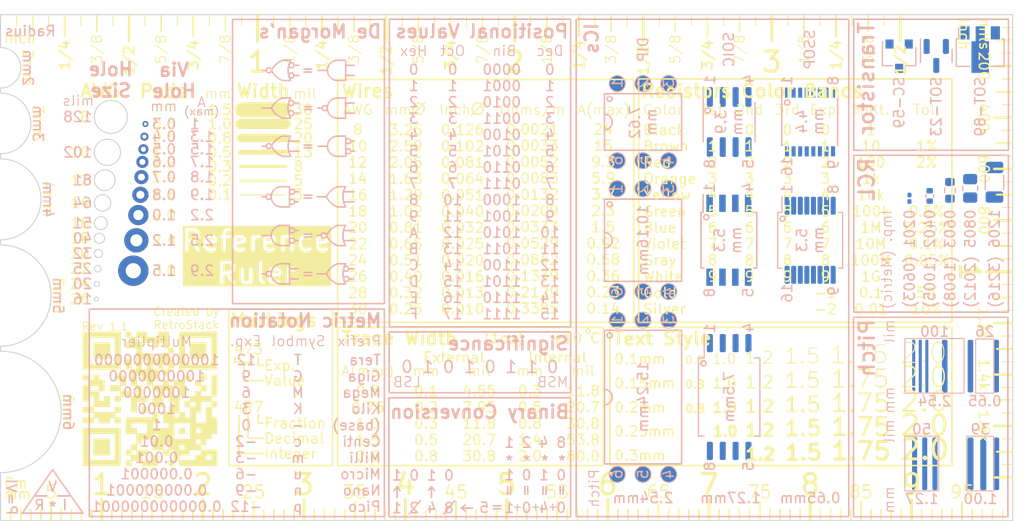
<source format=kicad_pcb>
(kicad_pcb (version 20240108) (generator "pcbnew") (generator_version "8.0")
  (title_block (date "2024-06-08"))
  (layers (0 "F.Cu" signal) (31 "B.Cu" signal) (34 "B.Paste" user) (35 "F.Paste" user) (36 "B.SilkS" user "B.Silkscreen") (37 "F.SilkS" user "F.Silkscreen") (38 "B.Mask" user) (39 "F.Mask" user) (44 "Edge.Cuts" user))
  (net 0 "")
  (footprint "RetroStackLibrary:Temp" (layer "F.Cu") (at 94.05 28.25)
    (property "Reference" "REF**" (hide yes))
    (property "Value" "Temp")
    (pad "1" smd roundrect (at -3.83 6.46) (size 0.3 5.2) (layers "B.Cu" "B.Paste" "B.Mask"))
    (pad "1" smd roundrect (at -3.74 16.11) (size 0.5 5.2) (layers "B.Cu" "B.Paste" "B.Mask"))
    (pad "1" smd roundrect (at -3.18 6.47) (size 0.3 5.2) (layers "B.Cu" "B.Paste" "B.Mask"))
    (pad "1" smd roundrect (at -2.74 16.12) (size 0.5 5.2) (layers "B.Cu" "B.Paste" "B.Mask"))
    (pad "1" smd roundrect (at -2.53 6.477) (size 0.3 5.2) (layers "B.Cu" "B.Paste" "B.Mask"))
    (pad "1" smd roundrect (at -1.73 16.129) (size 0.5 5.2) (layers "B.Cu" "B.Paste" "B.Mask"))
    (pad "1" smd roundrect (at -0.762 6.477) (size 0.55 5.2) (layers "B.Cu" "B.Paste" "B.Mask"))
    (pad "1" smd roundrect (at 1.778 6.477) (size 0.55 5.2) (layers "B.Cu" "B.Paste" "B.Mask"))
    (pad "1" smd roundrect (at 1.778 16.129) (size 0.6 5.2) (layers "B.Cu" "B.Paste" "B.Mask"))
    (pad "1" smd roundrect (at 3.048 16.129) (size 0.6 5.2) (layers "B.Cu" "B.Paste" "B.Mask"))
    (pad "1" smd roundrect (at 4.318 6.477) (size 0.55 5.2) (layers "B.Cu" "B.Paste" "B.Mask"))
    (pad "1" smd roundrect (at 4.318 16.129) (size 0.6 5.2) (layers "B.Cu" "B.Paste" "B.Mask"))
  )
  (footprint "Package_TO_SOT_SMD:SC-59" (layer "B.Cu") (at 88.782 4.1005 -90)
    (property "Reference" "REF**" (hide yes))
    (property "Value" "SC-59")
    (pad "1" smd rect (at -1.2 0.95 270) (size 0.9 0.8) (layers "B.Cu" "B.Paste" "B.Mask"))
    (pad "2" smd rect (at -1.2 -0.95 270) (size 0.9 0.8) (layers "B.Cu" "B.Paste" "B.Mask"))
    (pad "3" smd rect (at 1.2 0 270) (size 0.9 0.8) (layers "B.Cu" "B.Paste" "B.Mask"))
  )
  (footprint "Package_SO:SOIC-8_3.9x4.9mm_P1.27mm" (layer "B.Cu") (at 71.989 10.606 -90)
    (property "Reference" "REF**" (hide yes))
    (property "Value" "SOIC-8_3.9x4.9mm_P1.27mm")
    (pad "1" smd roundrect (at -2.475 1.905 270) (size 1.95 0.6) (layers "B.Cu" "B.Paste" "B.Mask"))
    (pad "2" smd roundrect (at -2.475 0.635 270) (size 1.95 0.6) (layers "B.Cu" "B.Paste" "B.Mask"))
    (pad "3" smd roundrect (at -2.475 -0.635 270) (size 1.95 0.6) (layers "B.Cu" "B.Paste" "B.Mask"))
    (pad "4" smd roundrect (at -2.475 -1.905 270) (size 1.95 0.6) (layers "B.Cu" "B.Paste" "B.Mask"))
    (pad "5" smd roundrect (at 2.475 -1.905 270) (size 1.95 0.6) (layers "B.Cu" "B.Paste" "B.Mask"))
    (pad "6" smd roundrect (at 2.475 -0.635 270) (size 1.95 0.6) (layers "B.Cu" "B.Paste" "B.Mask"))
    (pad "7" smd roundrect (at 2.475 0.635 270) (size 1.95 0.6) (layers "B.Cu" "B.Paste" "B.Mask"))
    (pad "8" smd roundrect (at 2.475 1.905 270) (size 1.95 0.6) (layers "B.Cu" "B.Paste" "B.Mask"))
  )
  (footprint "Package_TO_SOT_SMD:SOT-89-3" (layer "B.Cu") (at 96.79 3.7505 -90)
    (property "Reference" "REF**" (hide yes))
    (property "Value" "SOT-89-3")
    (pad "1" smd rect (at -1.95 1.5 270) (size 1.3 0.9) (layers "B.Cu" "B.Paste" "B.Mask"))
    (pad "2" smd custom (at -1.8625 0 270) (size 1.475 0.9) (layers "B.Cu" "B.Paste" "B.Mask") (options (clearance outline) (anchor rect)) (primitives (gr_poly (pts (xy 3.8625 -0.8665) (xy 0.7375 -0.8665) (xy 0.7375 0.8665) (xy 3.8625 0.8665)) (width 0) (fill yes))))
    (pad "3" smd rect (at -1.95 -1.5 270) (size 1.3 0.9) (layers "B.Cu" "B.Paste" "B.Mask"))
  )
  (footprint "Resistor_SMD:R_1206_3216Metric" (layer "B.Cu") (at 98.2 16.5605 -90)
    (property "Reference" "REF**" (hide yes))
    (property "Value" "R_1206_3216Metric")
    (pad "1" smd roundrect (at -1.4625 0 270) (size 1.125 1.75) (layers "B.Cu" "B.Paste" "B.Mask") (roundrect_rratio 0.2222222222))
    (pad "2" smd roundrect (at 1.4625 0 270) (size 1.125 1.75) (layers "B.Cu" "B.Paste" "B.Mask") (roundrect_rratio 0.2222222222))
  )
  (footprint "Resistor_SMD:R_0402_1005Metric" (layer "B.Cu") (at 91.8 17.9105 -90)
    (property "Reference" "REF**" (hide yes))
    (property "Value" "R_0402_1005Metric")
    (pad "1" smd roundrect (at -0.51 0 270) (size 0.54 0.64) (layers "B.Cu" "B.Paste" "B.Mask"))
    (pad "2" smd roundrect (at 0.51 0 270) (size 0.54 0.64) (layers "B.Cu" "B.Paste" "B.Mask"))
  )
  (footprint "Package_SO:SSOP-16_5.3x6.2mm_P0.65mm" (layer "B.Cu") (at 79.99 22.29 -90)
    (property "Reference" "REF**" (hide yes))
    (property "Value" "SSOP-16_5.3x6.2mm_P0.65mm")
    (pad "1" smd roundrect (at -3.4125 2.275 270) (size 1.775 0.5) (layers "B.Cu" "B.Paste" "B.Mask"))
    (pad "2" smd roundrect (at -3.4125 1.625 270) (size 1.775 0.5) (layers "B.Cu" "B.Paste" "B.Mask"))
    (pad "3" smd roundrect (at -3.4125 0.975 270) (size 1.775 0.5) (layers "B.Cu" "B.Paste" "B.Mask"))
    (pad "4" smd roundrect (at -3.4125 0.325 270) (size 1.775 0.5) (layers "B.Cu" "B.Paste" "B.Mask"))
    (pad "5" smd roundrect (at -3.4125 -0.325 270) (size 1.775 0.5) (layers "B.Cu" "B.Paste" "B.Mask"))
    (pad "6" smd roundrect (at -3.4125 -0.975 270) (size 1.775 0.5) (layers "B.Cu" "B.Paste" "B.Mask"))
    (pad "7" smd roundrect (at -3.4125 -1.625 270) (size 1.775 0.5) (layers "B.Cu" "B.Paste" "B.Mask"))
    (pad "8" smd roundrect (at -3.4125 -2.275 270) (size 1.775 0.5) (layers "B.Cu" "B.Paste" "B.Mask"))
    (pad "9" smd roundrect (at 3.4125 -2.275 270) (size 1.775 0.5) (layers "B.Cu" "B.Paste" "B.Mask"))
    (pad "10" smd roundrect (at 3.4125 -1.625 270) (size 1.775 0.5) (layers "B.Cu" "B.Paste" "B.Mask"))
    (pad "11" smd roundrect (at 3.4125 -0.975 270) (size 1.775 0.5) (layers "B.Cu" "B.Paste" "B.Mask"))
    (pad "12" smd roundrect (at 3.4125 -0.325 270) (size 1.775 0.5) (layers "B.Cu" "B.Paste" "B.Mask"))
    (pad "13" smd roundrect (at 3.4125 0.325 270) (size 1.775 0.5) (layers "B.Cu" "B.Paste" "B.Mask"))
    (pad "14" smd roundrect (at 3.4125 0.975 270) (size 1.775 0.5) (layers "B.Cu" "B.Paste" "B.Mask"))
    (pad "15" smd roundrect (at 3.4125 1.625 270) (size 1.775 0.5) (layers "B.Cu" "B.Paste" "B.Mask"))
    (pad "16" smd roundrect (at 3.4125 2.275 270) (size 1.775 0.5) (layers "B.Cu" "B.Paste" "B.Mask"))
  )
  (footprint "Package_SO:SOIC-8W_5.3x5.3mm_P1.27mm" (layer "B.Cu") (at 71.962 22.29 -90)
    (property "Reference" "REF**" (hide yes))
    (property "Value" "SOIC-8W_5.3x5.3mm_P1.27mm")
    (pad "1" smd rect (at -3.65 1.905 270) (size 1.7 0.65) (layers "B.Cu" "B.Paste" "B.Mask"))
    (pad "2" smd rect (at -3.65 0.635 270) (size 1.7 0.65) (layers "B.Cu" "B.Paste" "B.Mask"))
    (pad "3" smd rect (at -3.65 -0.635 270) (size 1.7 0.65) (layers "B.Cu" "B.Paste" "B.Mask"))
    (pad "4" smd rect (at -3.65 -1.905 270) (size 1.7 0.65) (layers "B.Cu" "B.Paste" "B.Mask"))
    (pad "5" smd rect (at 3.65 -1.905 270) (size 1.7 0.65) (layers "B.Cu" "B.Paste" "B.Mask"))
    (pad "6" smd rect (at 3.65 -0.635 270) (size 1.7 0.65) (layers "B.Cu" "B.Paste" "B.Mask"))
    (pad "7" smd rect (at 3.65 0.635 270) (size 1.7 0.65) (layers "B.Cu" "B.Paste" "B.Mask"))
    (pad "8" smd rect (at 3.65 1.905 270) (size 1.7 0.65) (layers "B.Cu" "B.Paste" "B.Mask"))
  )
  (footprint "Resistor_SMD:R_0603_1608Metric" (layer "B.Cu") (at 93.8 17.3605 -90)
    (property "Reference" "REF**" (hide yes))
    (property "Value" "R_0603_1608Metric")
    (pad "1" smd roundrect (at -0.825 0 270) (size 0.8 0.95) (layers "B.Cu" "B.Paste" "B.Mask"))
    (pad "2" smd roundrect (at 0.825 0 270) (size 0.8 0.95) (layers "B.Cu" "B.Paste" "B.Mask"))
  )
  (footprint "Package_SO:SOIC-8_7.5x5.85mm_P1.27mm" (layer "B.Cu") (at 71.989 37.775 -90)
    (property "Reference" "REF**" (hide yes))
    (property "Value" "SOIC-8_7.5x5.85mm_P1.27mm")
    (pad "1" smd roundrect (at -5.325 1.905 270) (size 1.8 0.6) (layers "B.Cu" "B.Paste" "B.Mask"))
    (pad "2" smd roundrect (at -5.325 0.635 270) (size 1.8 0.6) (layers "B.Cu" "B.Paste" "B.Mask"))
    (pad "3" smd roundrect (at -5.325 -0.635 270) (size 1.8 0.6) (layers "B.Cu" "B.Paste" "B.Mask"))
    (pad "4" smd roundrect (at -5.325 -1.905 270) (size 1.8 0.6) (layers "B.Cu" "B.Paste" "B.Mask"))
    (pad "5" smd roundrect (at 5.325 -1.905 270) (size 1.8 0.6) (layers "B.Cu" "B.Paste" "B.Mask"))
    (pad "6" smd roundrect (at 5.325 -0.635 270) (size 1.8 0.6) (layers "B.Cu" "B.Paste" "B.Mask"))
    (pad "7" smd roundrect (at 5.325 0.635 270) (size 1.8 0.6) (layers "B.Cu" "B.Paste" "B.Mask"))
    (pad "8" smd roundrect (at 5.325 1.905 270) (size 1.8 0.6) (layers "B.Cu" "B.Paste" "B.Mask"))
  )
  (footprint "Resistor_SMD:R_0805_2012Metric" (layer "B.Cu") (at 95.8 17.1605 -90)
    (property "Reference" "REF**" (hide yes))
    (property "Value" "R_0805_2012Metric")
    (pad "1" smd roundrect (at -0.9125 0 270) (size 1.025 1.4) (layers "B.Cu" "B.Paste" "B.Mask") (roundrect_rratio 0.243902439))
    (pad "2" smd roundrect (at 0.9125 0 270) (size 1.025 1.4) (layers "B.Cu" "B.Paste" "B.Mask") (roundrect_rratio 0.243902439))
  )
  (footprint "Resistor_SMD:R_0201_0603Metric" (layer "B.Cu") (at 89.8 18.1405 -90)
    (property "Reference" "REF**" (hide yes))
    (property "Value" "R_0201_0603Metric")
    (pad "1" smd roundrect (at -0.32 0 270) (size 0.46 0.4) (layers "B.Cu" "B.Mask"))
    (pad "2" smd roundrect (at 0.32 0 270) (size 0.46 0.4) (layers "B.Cu" "B.Mask"))
  )
  (footprint "Package_SO:SSOP-16_4.4x5.2mm_P0.65mm" (layer "B.Cu") (at 79.979 10.606 -90)
    (property "Reference" "REF**" (hide yes))
    (property "Value" "SSOP-16_4.4x5.2mm_P0.65mm")
    (pad "1" smd rect (at -2.9 2.275 270) (size 1 0.4) (layers "B.Cu" "B.Paste" "B.Mask"))
    (pad "2" smd rect (at -2.9 1.625 270) (size 1 0.4) (layers "B.Cu" "B.Paste" "B.Mask"))
    (pad "3" smd rect (at -2.9 0.975 270) (size 1 0.4) (layers "B.Cu" "B.Paste" "B.Mask"))
    (pad "4" smd rect (at -2.9 0.325 270) (size 1 0.4) (layers "B.Cu" "B.Paste" "B.Mask"))
    (pad "5" smd rect (at -2.9 -0.325 270) (size 1 0.4) (layers "B.Cu" "B.Paste" "B.Mask"))
    (pad "6" smd rect (at -2.9 -0.975 270) (size 1 0.4) (layers "B.Cu" "B.Paste" "B.Mask"))
    (pad "7" smd rect (at -2.9 -1.625 270) (size 1 0.4) (layers "B.Cu" "B.Paste" "B.Mask"))
    (pad "8" smd rect (at -2.9 -2.275 270) (size 1 0.4) (layers "B.Cu" "B.Paste" "B.Mask"))
    (pad "9" smd rect (at 2.9 -2.275 270) (size 1 0.4) (layers "B.Cu" "B.Paste" "B.Mask"))
    (pad "10" smd rect (at 2.9 -1.625 270) (size 1 0.4) (layers "B.Cu" "B.Paste" "B.Mask"))
    (pad "11" smd rect (at 2.9 -0.975 270) (size 1 0.4) (layers "B.Cu" "B.Paste" "B.Mask"))
    (pad "12" smd rect (at 2.9 -0.325 270) (size 1 0.4) (layers "B.Cu" "B.Paste" "B.Mask"))
    (pad "13" smd rect (at 2.9 0.325 270) (size 1 0.4) (layers "B.Cu" "B.Paste" "B.Mask"))
    (pad "14" smd rect (at 2.9 0.975 270) (size 1 0.4) (layers "B.Cu" "B.Paste" "B.Mask"))
    (pad "15" smd rect (at 2.9 1.625 270) (size 1 0.4) (layers "B.Cu" "B.Paste" "B.Mask"))
    (pad "16" smd rect (at 2.9 2.275 270) (size 1 0.4) (layers "B.Cu" "B.Paste" "B.Mask"))
  )
  (footprint "Package_TO_SOT_SMD:SOT-23" (layer "B.Cu") (at 92.45 4.0805 -90)
    (property "Reference" "REF**" (hide yes))
    (property "Value" "SOT-23")
    (pad "1" smd roundrect (at -0.9375 0.95 270) (size 1.475 0.6) (layers "B.Cu" "B.Paste" "B.Mask"))
    (pad "2" smd roundrect (at -0.9375 -0.95 270) (size 1.475 0.6) (layers "B.Cu" "B.Paste" "B.Mask"))
    (pad "3" smd roundrect (at 0.9375 0 270) (size 1.475 0.6) (layers "B.Cu" "B.Paste" "B.Mask"))
  )
  (gr_circle (center 60.94 14.416) (end 60.94 13.616) (fill solid) (layer "B.Cu"))
  (gr_circle (center 60.94 17.21) (end 60.94 16.41) (fill solid) (layer "B.Cu"))
  (gr_circle (center 66.02 6.758) (end 66.02 5.958) (fill solid) (layer "B.Cu"))
  (gr_circle (center 66.02 27.37) (end 66.02 26.57) (fill solid) (layer "B.Cu"))
  (gr_circle (center 66.02 17.21) (end 66.02 16.41) (fill solid) (layer "B.Cu"))
  (gr_circle (center 66.02 30.164) (end 66.02 29.364) (fill solid) (layer "B.Cu"))
  (gr_circle (center 63.48 6.758) (end 63.48 5.958) (fill solid) (layer "B.Cu"))
  (gr_circle (center 60.94 45.404) (end 60.94 44.604) (fill solid) (layer "B.Cu"))
  (gr_circle (center 63.48 14.416) (end 63.48 13.616) (fill solid) (layer "B.Cu"))
  (gr_circle (center 63.48 17.21) (end 63.48 16.41) (fill solid) (layer "B.Cu"))
  (gr_circle (center 60.94 6.796) (end 60.94 5.996) (fill solid) (layer "B.Cu"))
  (gr_circle (center 60.94 27.37) (end 60.94 26.57) (fill solid) (layer "B.Cu"))
  (gr_circle (center 66.02 45.404) (end 66.02 44.604) (fill solid) (layer "B.Cu"))
  (gr_circle (center 66.02 14.416) (end 66.02 13.616) (fill solid) (layer "B.Cu"))
  (gr_circle (center 63.48 45.404) (end 63.48 44.604) (fill solid) (layer "B.Cu"))
  (gr_circle (center 63.48 30.164) (end 63.48 29.364) (fill solid) (layer "B.Cu"))
  (gr_circle (center 63.48 27.37) (end 63.48 26.57) (fill solid) (layer "B.Cu"))
  (gr_circle (center 60.94 30.164) (end 60.94 29.364) (fill solid) (layer "B.Cu"))
  (gr_circle (center 60.9346 45.4152) (end 61.7346 45.4152) (stroke (width 0.1)) (fill none) (layer "B.SilkS"))
  (gr_rect (start 59.67 7.812) (end 67.29 13.4) (stroke (width 0.15)) (fill none) (layer "B.SilkS"))
  (gr_circle (center 34.163964 26.110733) (end 33.913964 26.085733) (stroke (width 0.15)) (fill none) (layer "B.SilkS"))
  (gr_line (start 31.35 9.231592) (end 31.786254 9.231592) (stroke (width 0.15)) (layer "B.SilkS"))
  (gr_circle (center 60.9346 17.1958) (end 61.7346 17.1958) (stroke (width 0.1)) (fill none) (layer "B.SilkS"))
  (gr_circle (center 66.0146 6.8072) (end 66.8146 6.8072) (stroke (width 0.1)) (fill none) (layer "B.SilkS"))
  (gr_line (start 28.551246 24.608321) (end 27.751246 24.608321) (stroke (width 0.15)) (layer "B.SilkS"))
  (gr_circle (center 34.151464 25.110733) (end 33.901464 25.085733) (stroke (width 0.15)) (fill none) (layer "B.SilkS"))
  (gr_line (start 8.15 49.25) (end 5.15 44.95) (stroke (width 0.15)) (layer "B.SilkS"))
  (gr_circle (center 26.501246 25.608321) (end 26.251246 25.583321) (stroke (width 0.15)) (fill none) (layer "B.SilkS"))
  (gr_circle (center 28.808588 22.320422) (end 28.558588 22.295422) (stroke (width 0.15)) (fill none) (layer "B.SilkS"))
  (gr_arc (start 32.186247 21.818855) (mid 32.64617 21.22379) (end 33.282714 20.823231) (stroke (width 0.15)) (layer "B.SilkS"))
  (gr_circle (center 63.4746 27.3558) (end 64.2746 27.3558) (stroke (width 0.1)) (fill none) (layer "B.SilkS"))
  (gr_circle (center 28.738738 5.00675) (end 28.488738 4.98175) (stroke (width 0.15)) (fill none) (layer "B.SilkS"))
  (gr_rect (start 22.925 0.47) (end 37.925 28.55) (stroke (width 0.15)) (fill none) (layer "B.SilkS"))
  (gr_line (start 28.551246 24.608321) (end 28.551246 26.608321) (stroke (width 0.15)) (layer "B.SilkS"))
  (gr_line (start 45.525 48.75) (end 45.925 49.05) (stroke (width 0.15)) (layer "B.SilkS"))
  (gr_circle (center 60.9346 30.1752) (end 61.7346 30.1752) (stroke (width 0.1)) (fill none) (layer "B.SilkS"))
  (gr_circle (center 60.9346 27.3558) (end 61.7346 27.3558) (stroke (width 0.1)) (fill none) (layer "B.SilkS"))
  (gr_circle (center 34.351238 13.49843) (end 34.101238 13.47343) (stroke (width 0.15)) (fill none) (layer "B.SilkS"))
  (gr_circle (center 66.0146 27.3558) (end 66.8146 27.3558) (stroke (width 0.1)) (fill none) (layer "B.SilkS"))
  (gr_arc (start 27.862497 14) (mid 27.225871 13.597193) (end 26.769775 12.997588) (stroke (width 0.15)) (layer "B.SilkS"))
  (gr_circle (center 26.501246 17.995632) (end 26.251246 17.970632) (stroke (width 0.15)) (fill none) (layer "B.SilkS"))
  (gr_line (start 28.551246 20.820819) (end 27.751246 20.820819) (stroke (width 0.15)) (layer "B.SilkS"))
  (gr_line (start 34.082714 24.610733) (end 33.282714 24.610733) (stroke (width 0.15)) (layer "B.SilkS"))
  (gr_circle (center 28.738738 6.00675) (end 28.488738 5.98175) (stroke (width 0.15)) (fill none) (layer "B.SilkS"))
  (gr_line (start 34.40271 25.110733) (end 34.932714 25.110733) (stroke (width 0.15)) (layer "B.SilkS"))
  (gr_circle (center 60.178 31.688) (end 60.178 31.434) (stroke (width 0.15)) (fill none) (layer "B.SilkS"))
  (gr_circle (center 60.9346 6.8072) (end 61.7346 6.8072) (stroke (width 0.1)) (fill none) (layer "B.SilkS"))
  (gr_rect (start 38.425 0.446) (end 56.325 30.85) (stroke (width 0.15)) (fill none) (layer "B.SilkS"))
  (gr_line (start 34.602484 12.49843) (end 34.951235 12.49843) (stroke (width 0.15)) (layer "B.SilkS"))
  (gr_rect (start 38.4 31.35) (end 56.325 37.35) (stroke (width 0.15)) (fill none) (layer "B.SilkS"))
  (gr_line (start 34.088735 8.230022) (end 34.088735 10.230022) (stroke (width 0.15)) (layer "B.SilkS"))
  (gr_line (start 34.41521 26.110733) (end 34.932714 26.110733) (stroke (width 0.15)) (layer "B.SilkS"))
  (gr_circle (center 66.0146 45.4152) (end 66.8146 45.4152) (stroke (width 0.1)) (fill none) (layer "B.SilkS"))
  (gr_line (start 31.263746 17.995632) (end 32.189992 17.995632) (stroke (width 0.15)) (layer "B.SilkS"))
  (gr_line (start 43.775 49.325) (end 44.875 48.025) (stroke (width 0.15)) (layer "B.SilkS"))
  (gr_circle (center 63.4746 30.1752) (end 64.2746 30.1752) (stroke (width 0.1)) (fill none) (layer "B.SilkS"))
  (gr_line (start 28.662497 6.50832) (end 27.862497 6.50832) (stroke (width 0.15)) (layer "B.SilkS"))
  (gr_line (start 34.082714 20.823231) (end 33.282714 20.823231) (stroke (width 0.15)) (layer "B.SilkS"))
  (gr_line (start 40.375 49.325) (end 41.475 48.025) (stroke (width 0.15)) (layer "B.SilkS"))
  (gr_arc (start 33.282714 26.610733) (mid 32.6461 26.207906) (end 32.189992 25.608321) (stroke (width 0.15)) (layer "B.SilkS"))
  (gr_arc (start 59.67 37.022) (mid 60.432 37.784) (end 59.67 38.546) (stroke (width 0.15)) (layer "B.SilkS"))
  (gr_arc (start 32.186247 25.606357) (mid 32.646155 25.01127) (end 33.282714 24.610733) (stroke (width 0.15)) (layer "B.SilkS"))
  (gr_line (start 34.101235 6.50675) (end 33.301235 6.50675) (stroke (width 0.15)) (layer "B.SilkS"))
  (gr_arc (start 34.093219 26.604905) (mid 33.832708 25.609164) (end 34.082715 24.610733) (stroke (width 0.15)) (layer "B.SilkS"))
  (gr_line (start 33.908588 22.323231) (end 34.932714 22.323231) (stroke (width 0.15)) (layer "B.SilkS"))
  (gr_line (start 28.662497 12) (end 27.862497 12) (stroke (width 0.15)) (layer "B.SilkS"))
  (gr_arc (start 27.751246 22.820819) (mid 26.751185 21.82082) (end 27.751246 20.820819) (stroke (width 0.15)) (layer "B.SilkS"))
  (gr_line (start 28.551246 22.820819) (end 27.751246 22.820819) (stroke (width 0.15)) (layer "B.SilkS"))
  (gr_line (start 28.551246 26.108321) (end 29.401246 26.108321) (stroke (width 0.15)) (layer "B.SilkS"))
  (gr_line (start 34.101235 13.99843) (end 33.301235 13.99843) (stroke (width 0.15)) (layer "B.SilkS"))
  (gr_line (start 28.475 12.5) (end 29.512497 12.5) (stroke (width 0.15)) (layer "B.SilkS"))
  (gr_line (start 4.6 47.55) (end 3.35 47.55) (stroke (width 0.15)) (layer "B.SilkS"))
  (gr_line (start 34.0875 9.730022) (end 34.938735 9.730022) (stroke (width 0.15)) (layer "B.SilkS"))
  (gr_line (start 28.649997 8.231592) (end 27.849997 8.231592) (stroke (width 0.15)) (layer "B.SilkS"))
  (gr_line (start 5.15 44.95) (end 2.15 49.25) (stroke (width 0.15)) (layer "B.SilkS"))
  (gr_arc (start 33.301235 6.50675) (mid 32.301236 5.506751) (end 33.301235 4.50675) (stroke (width 0.15)) (layer "B.SilkS"))
  (gr_line (start 31.263746 25.608321) (end 32.189992 25.608321) (stroke (width 0.15)) (layer "B.SilkS"))
  (gr_rect (start 8.775 29.084) (end 37.925 49.584) (stroke (width 0.15)) (fill none) (layer "B.SilkS"))
  (gr_line (start 34.101235 11.99843) (end 34.101235 13.99843) (stroke (width 0.15)) (layer "B.SilkS"))
  (gr_line (start 29.059834 18.495235) (end 29.401246 18.495632) (stroke (width 0.15)) (layer "B.SilkS"))
  (gr_circle (center 63.4746 45.4152) (end 64.2746 45.4152) (stroke (width 0.1)) (fill none) (layer "B.SilkS"))
  (gr_circle (center 26.5125 12.9875) (end 26.2625 12.9625) (stroke (width 0.15)) (fill none) (layer "B.SilkS"))
  (gr_line (start 28.551246 16.995632) (end 28.551246 18.995632) (stroke (width 0.15)) (layer "B.SilkS"))
  (gr_arc (start 27.849997 10.231592) (mid 27.213385 9.82877) (end 26.757275 9.22918) (stroke (width 0.15)) (layer "B.SilkS"))
  (gr_circle (center 69.4436 34.4424) (end 69.4436 34.1884) (stroke (width 0.15)) (fill none) (layer "B.SilkS"))
  (gr_rect (start 96.342 32.046) (end 98.142 37.396) (stroke (width 0.1)) (fill none) (layer "B.SilkS"))
  (gr_arc (start 26.76603 12.995624) (mid 27.225941 12.400546) (end 27.862497 12) (stroke (width 0.15)) (layer "B.SilkS"))
  (gr_rect (start 56.876 0.446) (end 83.8 49.584) (stroke (width 0.15)) (fill none) (layer "B.SilkS"))
  (gr_circle (center 66.0146 30.1752) (end 66.8146 30.1752) (stroke (width 0.1)) (fill none) (layer "B.SilkS"))
  (gr_arc (start 34.093219 18.992216) (mid 33.832703 17.996475) (end 34.082715 16.998044) (stroke (width 0.15)) (layer "B.SilkS"))
  (gr_rect (start 38.375 37.85) (end 56.325 49.6) (stroke (width 0.15)) (fill none) (layer "B.SilkS"))
  (gr_arc (start 28.673002 6.502492) (mid 28.412442 5.506751) (end 28.662498 4.50832) (stroke (width 0.15)) (layer "B.SilkS"))
  (gr_line (start 28.551246 25.108321) (end 29.401246 25.108321) (stroke (width 0.15)) (layer "B.SilkS"))
  (gr_line (start 34.088735 10.230022) (end 33.288735 10.230022) (stroke (width 0.15)) (layer "B.SilkS"))
  (gr_arc (start 28.660502 10.225764) (mid 28.399962 9.230023) (end 28.649998 8.231592) (stroke (width 0.15)) (layer "B.SilkS"))
  (gr_line (start 33.908588 18.498044) (end 34.932714 18.498044) (stroke (width 0.15)) (layer "B.SilkS"))
  (gr_line (start 25.825 25.608321) (end 26.25 25.608321) (stroke (width 0.15)) (layer "B.SilkS"))
  (gr_line (start 28.4875 13.5) (end 29.512497 13.5) (stroke (width 0.15)) (layer "B.SilkS"))
  (gr_rect (start 84.3 13.896) (end 99.578 29.39) (stroke (width 0.15)) (fill none) (layer "B.SilkS"))
  (gr_line (start 31.374989 12.99843) (end 32.301238 12.99843) (stroke (width 0.15)) (layer "B.SilkS"))
  (gr_circle (center 77.2668 20.1676) (end 77.2668 19.9136) (stroke (width 0.15)) (fill none) (layer "B.SilkS"))
  (gr_line (start 25.825 5.50832) (end 26.261254 5.50832) (stroke (width 0.15)) (layer "B.SilkS"))
  (gr_circle (center 26.5125 5.49582) (end 26.2625 5.47082) (stroke (width 0.15)) (fill none) (layer "B.SilkS"))
  (gr_line (start 2.15 49.25) (end 8.15 49.25) (stroke (width 0.15)) (layer "B.SilkS"))
  (gr_circle (center 28.808588 21.320422) (end 28.558588 21.295422) (stroke (width 0.15)) (fill none) (layer "B.SilkS"))
  (gr_line (start 34.602484 13.49843) (end 34.951235 13.49843) (stroke (width 0.15)) (layer "B.SilkS"))
  (gr_line (start 34.082714 26.610733) (end 33.282714 26.610733) (stroke (width 0.15)) (layer "B.SilkS"))
  (gr_rect (start 89.342 41.65) (end 92.692 47.05) (stroke (width 0.1)) (fill none) (layer "B.SilkS"))
  (gr_line (start 34.0875 8.730022) (end 34.938735 8.730022) (stroke (width 0.15)) (layer "B.SilkS"))
  (gr_arc (start 26.76603 5.503944) (mid 27.225897 4.908817) (end 27.862497 4.50832) (stroke (width 0.15)) (layer "B.SilkS"))
  (gr_arc (start 32.186247 17.993668) (mid 32.646164 17.39859) (end 33.282714 16.998044) (stroke (width 0.15)) (layer "B.SilkS"))
  (gr_arc (start 59.67 9.844) (mid 60.432 10.606) (end 59.67 11.368) (stroke (width 0.15)) (layer "B.SilkS"))
  (gr_circle (center 63.4746 6.8072) (end 64.2746 6.8072) (stroke (width 0.1)) (fill none) (layer "B.SilkS"))
  (gr_circle (center 34.351238 12.49843) (end 34.101238 12.47343) (stroke (width 0.15)) (fill none) (layer "B.SilkS"))
  (gr_circle (center 66.0146 17.1958) (end 66.8146 17.1958) (stroke (width 0.1)) (fill none) (layer "B.SilkS"))
  (gr_rect (start 95.442 41.65) (end 98.142 47.05) (stroke (width 0.1)) (fill none) (layer "B.SilkS"))
  (gr_line (start 25.825 17.995632) (end 26.25 17.995632) (stroke (width 0.15)) (layer "B.SilkS"))
  (gr_line (start 28.662497 14) (end 27.862497 14) (stroke (width 0.15)) (layer "B.SilkS"))
  (gr_line (start 34.101235 11.99843) (end 33.301235 11.99843) (stroke (width 0.15)) (layer "B.SilkS"))
  (gr_line (start 28.662497 4.50832) (end 27.862497 4.50832) (stroke (width 0.15)) (layer "B.SilkS"))
  (gr_circle (center 66.0146 14.4272) (end 66.8146 14.4272) (stroke (width 0.1)) (fill none) (layer "B.SilkS"))
  (gr_rect (start 89.35 31.996) (end 95.2 37.396) (stroke (width 0.1)) (fill none) (layer "B.SilkS"))
  (gr_line (start 28.989984 6.00675) (end 29.512497 6.00832) (stroke (width 0.15)) (layer "B.SilkS"))
  (gr_line (start 33.896088 17.498044) (end 34.932714 17.498044) (stroke (width 0.15)) (layer "B.SilkS"))
  (gr_rect (start 84.275 29.9) (end 99.525 49.6) (stroke (width 0.15)) (fill none) (layer "B.SilkS"))
  (gr_circle (center 28.808588 17.495235) (end 28.558588 17.470235) (stroke (width 0.15)) (fill none) (layer "B.SilkS"))
  (gr_line (start 25.825 13) (end 26.261254 13) (stroke (width 0.15)) (layer "B.SilkS"))
  (gr_arc (start 33.282714 22.823231) (mid 32.6461 22.420404) (end 32.189992 21.820819) (stroke (width 0.15)) (layer "B.SilkS"))
  (gr_rect (start 84.3 0.446) (end 99.584 13.4) (stroke (width 0.15)) (fill none) (layer "B.SilkS"))
  (gr_line (start 28.976246 8.731592) (end 29.499997 8.731592) (stroke (width 0.15)) (layer "B.SilkS"))
  (gr_line (start 34.082714 18.998044) (end 33.282714 18.998044) (stroke (width 0.15)) (layer "B.SilkS"))
  (gr_circle (center 60.178 18.734) (end 60.178 18.48) (stroke (width 0.15)) (fill none) (layer "B.SilkS"))
  (gr_arc (start 33.288735 10.230022) (mid 32.288828 9.230015) (end 33.288735 8.230022) (stroke (width 0.15)) (layer "B.SilkS"))
  (gr_circle (center 28.725 9.731592) (end 28.475 9.706592) (stroke (width 0.15)) (fill none) (layer "B.SilkS"))
  (gr_line (start 42.575 46.625) (end 42.275 47.025) (stroke (width 0.15)) (layer "B.SilkS"))
  (gr_line (start 34.101235 4.50675) (end 33.301235 4.50675) (stroke (width 0.15)) (layer "B.SilkS"))
  (gr_circle (center 69.8754 9.4742) (end 69.8754 9.2202) (stroke (width 0.15)) (fill none) (layer "B.SilkS"))
  (gr_line (start 46.625 48.75) (end 45.525 48.75) (stroke (width 0.15)) (layer "B.SilkS"))
  (gr_line (start 34.082714 22.823231) (end 33.282714 22.823231) (stroke (width 0.15)) (layer "B.SilkS"))
  (gr_line (start 6.95 47.55) (end 5.65 47.55) (stroke (width 0.15)) (layer "B.SilkS"))
  (gr_line (start 29.059834 17.495235) (end 29.401246 17.495632) (stroke (width 0.15)) (layer "B.SilkS"))
  (gr_line (start 45.525 48.75) (end 45.925 48.45) (stroke (width 0.15)) (layer "B.SilkS"))
  (gr_line (start 39.175 46.625) (end 39.475 47.025) (stroke (width 0.15)) (layer "B.SilkS"))
  (gr_line (start 39.175 46.625) (end 38.875 47.025) (stroke (width 0.15)) (layer "B.SilkS"))
  (gr_circle (center 63.4746 14.4272) (end 64.2746 14.4272) (stroke (width 0.1)) (fill none) (layer "B.SilkS"))
  (gr_arc (start 27.862497 6.50832) (mid 27.225851 6.105534) (end 26.769775 5.505908) (stroke (width 0.15)) (layer "B.SilkS"))
  (gr_arc (start 26.75353 9.227216) (mid 27.213427 8.632123) (end 27.849997 8.231592) (stroke (width 0.15)) (layer "B.SilkS"))
  (gr_circle (center 69.723 20.0152) (end 69.723 19.7612) (stroke (width 0.15)) (fill none) (layer "B.SilkS"))
  (gr_line (start 28.976246 9.731592) (end 29.499997 9.731592) (stroke (width 0.15)) (layer "B.SilkS"))
  (gr_line (start 25.825 9.231592) (end 26.757275 9.22918) (stroke (width 0.15)) (layer "B.SilkS"))
  (gr_line (start 42.575 47.725) (end 42.575 46.625) (stroke (width 0.15)) (layer "B.SilkS"))
  (gr_arc (start 34.093219 22.817403) (mid 33.832707 21.821661) (end 34.082715 20.823231) (stroke (width 0.15)) (layer "B.SilkS"))
  (gr_line (start 25.825 21.820819) (end 26.751245 21.820822) (stroke (width 0.15)) (layer "B.SilkS"))
  (gr_arc (start 33.282714 18.998044) (mid 32.646093 18.595229) (end 32.189992 17.995632) (stroke (width 0.15)) (layer "B.SilkS"))
  (gr_rect (start 59.67 31.18) (end 67.29 44.388) (stroke (width 0.15)) (fill none) (layer "B.SilkS"))
  (gr_arc (start 33.301235 13.99843) (mid 32.301376 12.998431) (end 33.301235 11.99843) (stroke (width 0.15)) (layer "B.SilkS"))
  (gr_line (start 34.088735 8.230022) (end 33.288735 8.230022) (stroke (width 0.15)) (layer "B.SilkS"))
  (gr_circle (center 77.724 8.6868) (end 77.724 8.4328) (stroke (width 0.15)) (fill none) (layer "B.SilkS"))
  (gr_circle (center 31.937882 21.820422) (end 31.687882 21.795422) (stroke (width 0.15)) (fill none) (layer "B.SilkS"))
  (gr_line (start 34.101238 6.00675) (end 34.951235 6.00675) (stroke (width 0.15)) (layer "B.SilkS"))
  (gr_line (start 28.551246 20.820819) (end 28.551246 22.820819) (stroke (width 0.15)) (layer "B.SilkS"))
  (gr_line (start 33.896088 21.323231) (end 34.932714 21.323231) (stroke (width 0.15)) (layer "B.SilkS"))
  (gr_circle (center 28.808588 18.495235) (end 28.558588 18.470235) (stroke (width 0.15)) (fill none) (layer "B.SilkS"))
  (gr_circle (center 32.0375 9.231592) (end 31.7875 9.206592) (stroke (width 0.15)) (fill none) (layer "B.SilkS"))
  (gr_line (start 29.059834 21.320422) (end 29.401246 21.320819) (stroke (width 0.15)) (layer "B.SilkS"))
  (gr_arc (start 28.673002 13.994172) (mid 28.412463 12.998431) (end 28.662498 12) (stroke (width 0.15)) (layer "B.SilkS"))
  (gr_line (start 34.101238 5.00675) (end 34.951235 5.00675) (stroke (width 0.15)) (layer "B.SilkS"))
  (gr_circle (center 60.178 8.32) (end 60.178 8.066) (stroke (width 0.15)) (fill none) (layer "B.SilkS"))
  (gr_arc (start 27.751246 26.608321) (mid 26.751187 25.608324) (end 27.751246 24.608321) (stroke (width 0.15)) (layer "B.SilkS"))
  (gr_circle (center 60.9346 14.4272) (end 61.7346 14.4272) (stroke (width 0.1)) (fill none) (layer "B.SilkS"))
  (gr_line (start 31.374989 5.50675) (end 32.301238 5.50675) (stroke (width 0.15)) (layer "B.SilkS"))
  (gr_line (start 28.649997 10.231592) (end 27.849997 10.231592) (stroke (width 0.15)) (layer "B.SilkS"))
  (gr_line (start 34.101235 4.50675) (end 34.101235 6.50675) (stroke (width 0.15)) (layer "B.SilkS"))
  (gr_line (start 34.082714 16.998044) (end 33.282714 16.998044) (stroke (width 0.15)) (layer "B.SilkS"))
  (gr_line (start 28.551246 16.995632) (end 27.751246 16.995632) (stroke (width 0.15)) (layer "B.SilkS"))
  (gr_circle (center 28.725 8.731592) (end 28.475 8.706592) (stroke (width 0.15)) (fill none) (layer "B.SilkS"))
  (gr_rect (start 59.67 18.226) (end 67.29 26.354) (stroke (width 0.15)) (fill none) (layer "B.SilkS"))
  (gr_line (start 42.575 46.625) (end 42.875 47.025) (stroke (width 0.15)) (layer "B.SilkS"))
  (gr_line (start 31.25554 21.820819) (end 31.686636 21.820422) (stroke (width 0.15)) (layer "B.SilkS"))
  (gr_line (start 29.059834 22.320422) (end 29.401246 22.320819) (stroke (width 0.15)) (layer "B.SilkS"))
  (gr_circle (center 63.4746 17.1958) (end 64.2746 17.1958) (stroke (width 0.1)) (fill none) (layer "B.SilkS"))
  (gr_arc (start 27.751246 18.995632) (mid 26.75117 17.995628) (end 27.751246 16.995632) (stroke (width 0.15)) (layer "B.SilkS"))
  (gr_line (start 28.989984 5.00675) (end 29.512497 5.00832) (stroke (width 0.15)) (layer "B.SilkS"))
  (gr_line (start 28.551246 26.608321) (end 27.751246 26.608321) (stroke (width 0.15)) (layer "B.SilkS"))
  (gr_arc (start 59.67 21.528) (mid 60.432 22.29) (end 59.67 23.052) (stroke (width 0.15)) (layer "B.SilkS"))
  (gr_line (start 28.551246 18.995632) (end 27.751246 18.995632) (stroke (width 0.15)) (layer "B.SilkS"))
  (gr_line (start 39.175 47.725) (end 39.175 46.625) (stroke (width 0.15)) (layer "B.SilkS"))
  (gr_line (start 79 48.9) (end 79 49.9) (stroke (width 0.15)) (layer "F.SilkS"))
  (gr_poly (pts (xy 19.799999 38.757209) (xy 19.281416 38.757209) (xy 19.281416 38.238626) (xy 19.799999 38.238626)) (stroke (width 0.079374)) (fill solid) (layer "F.SilkS"))
  (gr_line (start 23 48.9) (end 23 49.9) (stroke (width 0.15)) (layer "F.SilkS"))
  (gr_line (start 91 48.9) (end 91 49.9) (stroke (width 0.15)) (layer "F.SilkS"))
  (gr_poly (pts (xy 15.556083 38.730751) (xy 15.0375 38.730751) (xy 15.0375 38.212167) (xy 15.556083 38.212167)) (stroke (width 0.079374)) (fill solid) (layer "F.SilkS"))
  (gr_poly (pts (xy 16.603833 34.508001) (xy 16.08525 34.508001) (xy 16.08525 33.989418) (xy 16.603833 33.989418)) (stroke (width 0.079374)) (fill solid) (layer "F.SilkS"))
  (gr_poly (pts (xy 19.281416 40.334125) (xy 18.762832 40.334125) (xy 18.762832 39.815542) (xy 19.281416 39.815542)) (stroke (width 0.079374)) (fill solid) (layer "F.SilkS"))
  (gr_poly (pts (xy 16.079958 38.741334) (xy 15.561375 38.741334) (xy 15.561375 38.222751) (xy 16.079958 38.222751)) (stroke (width 0.079374)) (fill solid) (layer "F.SilkS"))
  (gr_poly (pts (xy 9.190208 40.339417) (xy 8.671625 40.339417) (xy 8.671625 39.820834) (xy 9.190208 39.820834)) (stroke (width 0.079374)) (fill solid) (layer "F.SilkS"))
  (gr_line (start 11.1125 0.1) (end 11.1125 1.116) (stroke (width 0.1)) (layer "F.SilkS"))
  (gr_line (start 25.95476 43.35) (end 23.55476 43.35) (stroke (width 0.15)) (layer "F.SilkS"))
  (gr_line (start 70 47.9) (end 70 49.9) (stroke (width 0.3)) (layer "F.SilkS"))
  (gr_poly (pts (xy 13.968583 43.514416) (xy 13.449999 43.514416) (xy 13.449999 42.995833) (xy 13.968583 42.995833)) (stroke (width 0.079374)) (fill solid) (layer "F.SilkS"))
  (gr_line (start 74.6125 0.1) (end 74.6125 1.116) (stroke (width 0.1)) (layer "F.SilkS"))
  (gr_poly (pts (xy 13.968583 42.429625) (xy 13.449999 42.429625) (xy 13.449999 41.911042) (xy 13.968583 41.911042)) (stroke (width 0.079374)) (fill solid) (layer "F.SilkS"))
  (gr_line (start 39 48.9) (end 39 49.9) (stroke (width 0.15)) (layer "F.SilkS"))
  (gr_rect (start 33.3 30.9) (end 59.55 44.55) (stroke (width 0.15)) (fill none) (layer "F.SilkS"))
  (gr_poly (pts (xy 15.011041 35.021292) (xy 14.492458 35.021292) (xy 14.492458 34.502709) (xy 15.011041 34.502709)) (stroke (width 0.079374)) (fill solid) (layer "F.SilkS"))
  (gr_line (start 4 48.9) (end 4 49.9) (stroke (width 0.15)) (layer "F.SilkS"))
  (gr_line (start 69 48.9) (end 69 49.9) (stroke (width 0.15)) (layer "F.SilkS"))
  (gr_line (start 68 48.9) (end 68 49.9) (stroke (width 0.15)) (layer "F.SilkS"))
  (gr_poly (pts (xy 20.339749 44.556876) (xy 19.821166 44.556876) (xy 19.821166 44.038293) (xy 20.339749 44.038293)) (stroke (width 0.079374)) (fill solid) (layer "F.SilkS"))
  (gr_line (start 95 48.15) (end 95 49.9) (stroke (width 0.2)) (layer "F.SilkS"))
  (gr_line (start 25.95476 36.15) (end 24.05476 36.15) (stroke (width 0.15)) (layer "F.SilkS"))
  (gr_poly (pts (xy 19.281416 44.556876) (xy 18.762832 44.556876) (xy 18.762832 44.038293) (xy 19.281416 44.038293)) (stroke (width 0.079374)) (fill solid) (layer "F.SilkS"))
  (gr_line (start 28.2 15) (end 23.7 15) (stroke (width 0.3)) (layer "F.SilkS"))
  (gr_line (start 12 48.9) (end 12 49.9) (stroke (width 0.15)) (layer "F.SilkS"))
  (gr_poly (pts (xy 13.968583 33.439084) (xy 13.449999 33.439084) (xy 13.449999 32.920501) (xy 13.968583 32.920501)) (stroke (width 0.079374)) (fill solid) (layer "F.SilkS"))
  (gr_poly (pts (xy 11.836041 44.535709) (xy 11.317458 44.535709) (xy 11.317458 40.863292) (xy 11.836041 40.863292)) (stroke (width 0.079374)) (fill solid) (layer "F.SilkS"))
  (gr_line (start 24 48.9) (end 24 49.9) (stroke (width 0.15)) (layer "F.SilkS"))
  (gr_poly (pts (xy 15.011041 34.508001) (xy 14.492458 34.508001) (xy 14.492458 33.989418) (xy 15.011041 33.989418)) (stroke (width 0.079374)) (fill solid) (layer "F.SilkS"))
  (gr_poly (pts (xy 11.296292 39.820834) (xy 10.777708 39.820834) (xy 10.777708 39.302251) (xy 11.296292 39.302251)) (stroke (width 0.079374)) (fill solid) (layer "F.SilkS"))
  (gr_line (start 88.9 0.1) (end 88.9 2.64) (stroke (width 0.25)) (layer "F.SilkS"))
  (gr_line (start 25.45476 34.65) (end 25.45476 33.85) (stroke (width 0.15)) (layer "F.SilkS"))
  (gr_poly (pts (xy 9.73525 36.63525) (xy 9.216667 36.63525) (xy 9.216667 36.116667) (xy 9.73525 36.116667)) (stroke (width 0.079374)) (fill solid) (layer "F.SilkS"))
  (gr_poly (pts (xy 20.318583 37.164417) (xy 19.8 37.164417) (xy 19.8 36.645834) (xy 20.318583 36.645834)) (stroke (width 0.079374)) (fill solid) (layer "F.SilkS"))
  (gr_line (start 99.949 38.1) (end 98.425 38.1) (stroke (width 0.2)) (layer "F.SilkS"))
  (gr_line (start 14.2875 0.1) (end 14.2875 1.116) (stroke (width 0.1)) (layer "F.SilkS"))
  (gr_poly (pts (xy 11.825458 31.878042) (xy 8.153041 31.878043) (xy 8.153041 31.359459) (xy 11.825458 31.359459)) (stroke (width 0.079374)) (fill solid) (layer "F.SilkS"))
  (gr_line (start 53.975 0.1) (end 53.975 1.624) (stroke (width 0.15)) (layer "F.SilkS"))
  (gr_rect (start 60.2 30.9) (end 94 44.55) (stroke (width 0.15)) (fill none) (layer "F.SilkS"))
  (gr_line (start 76 48.9) (end 76 49.9) (stroke (width 0.15)) (layer "F.SilkS"))
  (gr_line (start 99.949 16.51) (end 98.933 16.51) (stroke (width 0.1)) (layer "F.SilkS"))
  (gr_line (start 99.949 35.56) (end 98.171 35.56) (stroke (width 0.25)) (layer "F.SilkS"))
  (gr_poly (pts (xy 17.143583 41.387167) (xy 16.625 41.387167) (xy 16.625 40.868583) (xy 17.143583 40.868583)) (stroke (width 0.079374)) (fill solid) (layer "F.SilkS"))
  (gr_poly (pts (xy 13.45 41.387167) (xy 12.931417 41.387167) (xy 12.931417 40.868583) (xy 13.45 40.868583)) (stroke (width 0.079374)) (fill solid) (layer "F.SilkS"))
  (gr_rect (start 22.55 29.1) (end 32.8 44.55) (stroke (width 0.15)) (fill none) (layer "F.SilkS"))
  (gr_poly (pts (xy 15.556083 41.387167) (xy 15.0375 41.387167) (xy 15.0375 40.868583) (xy 15.556083 40.868583)) (stroke (width 0.079374)) (fill solid) (layer "F.SilkS"))
  (gr_line (start 28 48.9) (end 28 49.9) (stroke (width 0.15)) (layer "F.SilkS"))
  (gr_poly (pts (xy 16.079958 33.984126) (xy 15.561375 33.984126) (xy 15.561375 33.465543) (xy 16.079958 33.465543)) (stroke (width 0.079374)) (fill solid) (layer "F.SilkS"))
  (gr_poly (pts (xy 21.382208 40.334125) (xy 20.863625 40.334125) (xy 20.863625 39.815542) (xy 21.382208 39.815542)) (stroke (width 0.079374)) (fill solid) (layer "F.SilkS"))
  (gr_line (start 2 48.9) (end 2 49.9) (stroke (width 0.15)) (layer "F.SilkS"))
  (gr_poly (pts (xy 13.968583 41.905751) (xy 13.449999 41.905751) (xy 13.449999 41.387168) (xy 13.968583 41.387168)) (stroke (width 0.079374)) (fill solid) (layer "F.SilkS"))
  (gr_line (start 29 48.9) (end 29 49.9) (stroke (width 0.15)) (layer "F.SilkS"))
  (gr_poly (pts (xy 19.281416 40.852709) (xy 18.762832 40.852709) (xy 18.762832 40.334126) (xy 19.281416 40.334126)) (stroke (width 0.079374)) (fill solid) (layer "F.SilkS"))
  (gr_line (start 99.949 31.75) (end 98.933 31.75) (stroke (width 0.1)) (layer "F.SilkS"))
  (gr_line (start 80.9625 0.1) (end 80.9625 1.116) (stroke (width 0.1)) (layer "F.SilkS"))
  (gr_line (start 25.95476 40.35) (end 25.45476 40.35) (stroke (width 0.15)) (layer "F.SilkS"))
  (gr_line (start 3 48.9) (end 3 49.9) (stroke (width 0.15)) (layer "F.SilkS"))
  (gr_poly (pts (xy 13.968583 31.878043) (xy 13.449999 31.878043) (xy 13.449999 31.359459) (xy 13.968583 31.359459)) (stroke (width 0.079374)) (fill solid) (layer "F.SilkS"))
  (gr_line (start 1 48.9) (end 1 49.9) (stroke (width 0.15)) (layer "F.SilkS"))
  (gr_line (start 99.949 34.29) (end 98.933 34.29) (stroke (width 0.1)) (layer "F.SilkS"))
  (gr_poly (pts (xy 16.079958 37.688293) (xy 15.561375 37.688293) (xy 15.561375 37.169709) (xy 16.079958 37.169709)) (stroke (width 0.079374)) (fill solid) (layer "F.SilkS"))
  (gr_poly (pts (xy 12.3705 36.111376) (xy 11.851916 36.111376) (xy 11.851916 35.592792) (xy 12.3705 35.592792)) (stroke (width 0.079374)) (fill solid) (layer "F.SilkS"))
  (gr_circle (center 47.15 9.3) (end 47.696372 9.4) (stroke (width 0.15)) (fill none) (layer "F.SilkS"))
  (gr_line (start 54 48.9) (end 54 49.9) (stroke (width 0.15)) (layer "F.SilkS"))
  (gr_poly (pts (xy 13.45 36.63525) (xy 12.931417 36.63525) (xy 12.931417 36.116667) (xy 13.45 36.116667)) (stroke (width 0.079374)) (fill solid) (layer "F.SilkS"))
  (gr_poly (pts (xy 18.191333 44.556876) (xy 17.672749 44.556876) (xy 17.672749 44.038293) (xy 18.191333 44.038293)) (stroke (width 0.079374)) (fill solid) (layer "F.SilkS"))
  (gr_poly (pts (xy 16.603833 32.915209) (xy 16.08525 32.915209) (xy 16.08525 32.396626) (xy 16.603833 32.396626)) (stroke (width 0.079374)) (fill solid) (layer "F.SilkS"))
  (gr_line (start 19 48.9) (end 19 49.9) (stroke (width 0.15)) (layer "F.SilkS"))
  (gr_poly (pts (xy 21.382208 37.164417) (xy 20.863625 37.164417) (xy 20.863625 36.645834) (xy 21.382208 36.645834)) (stroke (width 0.079374)) (fill solid) (layer "F.SilkS"))
  (gr_line (start 20 47.9) (end 20 49.9) (stroke (width 0.3)) (layer "F.SilkS"))
  (gr_line (start 59 48.9) (end 59 49.9) (stroke (width 0.15)) (layer "F.SilkS"))
  (gr_poly (pts (xy 12.889083 37.709459) (xy 12.3705 37.709459) (xy 12.3705 37.190876) (xy 12.889083 37.190876)) (stroke (width 0.079374)) (fill solid) (layer "F.SilkS"))
  (gr_poly (pts (xy 19.281416 41.895167) (xy 18.762832 41.895167) (xy 18.762832 41.376584) (xy 19.281416 41.376584)) (stroke (width 0.079374)) (fill solid) (layer "F.SilkS"))
  (gr_poly (pts (xy 12.926125 40.852709) (xy 12.407541 40.852709) (xy 12.407541 40.334126) (xy 12.926125 40.334126)) (stroke (width 0.079374)) (fill solid) (layer "F.SilkS"))
  (gr_line (start 99.949 7.62) (end 98.425 7.62) (stroke (width 0.2)) (layer "F.SilkS"))
  (gr_poly (pts (xy 20.842457 41.387167) (xy 20.323874 41.387167) (xy 20.323874 40.868583) (xy 20.842457 40.868583)) (stroke (width 0.079374)) (fill solid) (layer "F.SilkS"))
  (gr_line (start 60.325 0.1) (end 60.325 1.624) (stroke (width 0.15)) (layer "F.SilkS"))
  (gr_line (start 41.275 0.1) (end 41.275 1.624) (stroke (width 0.15)) (layer "F.SilkS"))
  (gr_line (start 9 48.9) (end 9 49.9) (stroke (width 0.15)) (layer "F.SilkS"))
  (gr_line (start 75 48.15) (end 75 49.9) (stroke (width 0.2)) (layer "F.SilkS"))
  (gr_poly (pts (xy 13.444708 32.396626) (xy 12.926125 32.396626) (xy 12.926125 31.878043) (xy 13.444708 31.878043)) (stroke (width 0.079374)) (fill solid) (layer "F.SilkS"))
  (gr_poly (pts (xy 21.355749 35.026584) (xy 17.683332 35.026584) (xy 17.683332 34.508001) (xy 21.355749 34.508001)) (stroke (width 0.079374)) (fill solid) (layer "F.SilkS"))
  (gr_line (start 46.0375 0.1) (end 46.0375 1.116) (stroke (width 0.1)) (layer "F.SilkS"))
  (gr_line (start 25.4 0.1) (end 25.4 2.64) (stroke (width 0.3)) (layer "F.SilkS"))
  (gr_poly (pts (xy 19.281416 41.387167) (xy 18.762832 41.387167) (xy 18.762832 40.868583) (xy 19.281416 40.868583)) (stroke (width 0.079374)) (fill solid) (layer "F.SilkS"))
  (gr_poly (pts (xy 8.671625 35.031876) (xy 8.153042 35.031876) (xy 8.153042 31.359459) (xy 8.671625 31.359459)) (stroke (width 0.079374)) (fill solid) (layer "F.SilkS"))
  (gr_poly (pts (xy 21.382208 35.031876) (xy 20.863625 35.031876) (xy 20.863625 31.359459) (xy 21.382208 31.359459)) (stroke (width 0.079374)) (fill solid) (layer "F.SilkS"))
  (gr_poly (pts (xy 16.603833 35.592792) (xy 16.08525 35.592792) (xy 16.08525 35.074209) (xy 16.603833 35.074209)) (stroke (width 0.079374)) (fill solid) (layer "F.SilkS"))
  (gr_poly (pts (xy 18.201916 42.471959) (xy 17.683333 42.471959) (xy 17.683333 41.953376) (xy 18.201916 41.953376)) (stroke (width 0.079374)) (fill solid) (layer "F.SilkS"))
  (gr_line (start 66 48.9) (end 66 49.9) (stroke (width 0.15)) (layer "F.SilkS"))
  (gr_line (start 50 47.9) (end 50 49.9) (stroke (width 0.3)) (layer "F.SilkS"))
  (gr_poly (pts (xy 8.671625 40.339417) (xy 8.153042 40.339417) (xy 8.153042 39.820834) (xy 8.671625 39.820834)) (stroke (width 0.079374)) (fill solid) (layer "F.SilkS"))
  (gr_poly (pts (xy 11.846625 40.339417) (xy 11.328041 40.339417) (xy 11.328041 39.820834) (xy 11.846625 39.820834)) (stroke (width 0.079374)) (fill solid) (layer "F.SilkS"))
  (gr_poly (pts (xy 11.809583 44.535708) (xy 8.137167 44.535708) (xy 8.137167 44.017125) (xy 11.809583 44.017125)) (stroke (width 0.079374)) (fill solid) (layer "F.SilkS"))
  (gr_line (start 30 47.9) (end 30 49.9) (stroke (width 0.3)) (layer "F.SilkS"))
  (gr_poly (pts (xy 20.339749 41.905751) (xy 19.821166 41.905751) (xy 19.821166 41.387168) (xy 20.339749 41.387168)) (stroke (width 0.079374)) (fill solid) (layer "F.SilkS"))
  (gr_poly (pts (xy 19.799999 38.228042) (xy 19.281416 38.228042) (xy 19.281416 37.709459) (xy 19.799999 37.709459)) (stroke (width 0.079374)) (fill solid) (layer "F.SilkS"))
  (gr_poly (pts (xy 11.846625 38.228042) (xy 11.328041 38.228042) (xy 11.328041 37.709459) (xy 11.846625 37.709459)) (stroke (width 0.079374)) (fill solid) (layer "F.SilkS"))
  (gr_poly (pts (xy 18.725791 42.471959) (xy 18.207208 42.471959) (xy 18.207208 41.953376) (xy 18.725791 41.953376)) (stroke (width 0.079374)) (fill solid) (layer "F.SilkS"))
  (gr_line (start 99.949 41.91) (end 98.933 41.91) (stroke (width 0.1)) (layer "F.SilkS"))
  (gr_poly (pts (xy 16.603833 36.645834) (xy 16.08525 36.645834) (xy 16.08525 36.127251) (xy 16.603833 36.127251)) (stroke (width 0.079374)) (fill solid) (layer "F.SilkS"))
  (gr_poly (pts (xy 10.777708 43.503833) (xy 9.200792 43.503833) (xy 9.200792 41.926917) (xy 10.777708 41.926917)) (stroke (width 0.079374)) (fill solid) (layer "F.SilkS"))
  (gr_line (start 6 48.9) (end 6 49.9) (stroke (width 0.15)) (layer "F.SilkS"))
  (gr_poly (pts (xy 19.778832 36.63525) (xy 19.26025 36.63525) (xy 19.26025 36.116667) (xy 19.778832 36.116667)) (stroke (width 0.079374)) (fill solid) (layer "F.SilkS"))
  (gr_poly (pts (xy 20.858332 39.815542) (xy 20.339749 39.815542) (xy 20.339749 39.296959) (xy 20.858332 39.296959)) (stroke (width 0.079374)) (fill solid) (layer "F.SilkS"))
  (gr_line (start 14 48.9) (end 14 49.9) (stroke (width 0.15)) (layer "F.SilkS"))
  (gr_poly (pts (xy 16.625 40.334125) (xy 16.106416 40.334125) (xy 16.106416 39.815542) (xy 16.625 39.815542)) (stroke (width 0.079374)) (fill solid) (layer "F.SilkS"))
  (gr_poly (pts (xy 21.382208 44.556876) (xy 20.863625 44.556876) (xy 20.863625 44.038293) (xy 21.382208 44.038293)) (stroke (width 0.079374)) (fill solid) (layer "F.SilkS"))
  (gr_poly (pts (xy 13.444708 36.111376) (xy 12.926125 36.111376) (xy 12.926125 35.592792) (xy 13.444708 35.592792)) (stroke (width 0.079374)) (fill solid) (layer "F.SilkS"))
  (gr_poly (pts (xy 11.814875 41.387167) (xy 8.142458 41.387167) (xy 8.142458 40.868583) (xy 11.814875 40.868583)) (stroke (width 0.079374)) (fill solid) (layer "F.SilkS"))
  (gr_line (start 41 48.9) (end 41 49.9) (stroke (width 0.15)) (layer "F.SilkS"))
  (gr_line (start 53 48.9) (end 53 49.9) (stroke (width 0.15)) (layer "F.SilkS"))
  (gr_poly (pts (xy 20.858332 44.556876) (xy 20.339749 44.556876) (xy 20.339749 44.038293) (xy 20.858332 44.038293)) (stroke (width 0.079374)) (fill solid) (layer "F.SilkS"))
  (gr_poly (pts (xy 15.026916 44.583334) (xy 14.508333 44.583334) (xy 14.508333 44.06475) (xy 15.026916 44.06475)) (stroke (width 0.079374)) (fill solid) (layer "F.SilkS"))
  (gr_line (start 60 47.9) (end 60 49.9) (stroke (width 0.3)) (layer "F.SilkS"))
  (gr_poly (pts (xy 16.603833 32.396626) (xy 16.08525 32.396626) (xy 16.08525 31.878043) (xy 16.603833 31.878043)) (stroke (width 0.079374)) (fill solid) (layer "F.SilkS"))
  (gr_line (start 52 48.9) (end 52 49.9) (stroke (width 0.15)) (layer "F.SilkS"))
  (gr_poly (pts (xy 8.671625 37.164417) (xy 8.153042 37.164417) (xy 8.153042 36.645834) (xy 8.671625 36.645834)) (stroke (width 0.079374)) (fill solid) (layer "F.SilkS"))
  (gr_poly (pts (xy 12.926125 44.583334) (xy 12.407541 44.583334) (xy 12.407541 44.06475) (xy 12.926125 44.06475)) (stroke (width 0.079374)) (fill solid) (layer "F.SilkS"))
  (gr_poly (pts (xy 20.842457 40.868583) (xy 20.323874 40.868583) (xy 20.323874 40.35) (xy 20.842457 40.35)) (stroke (width 0.079374)) (fill solid) (layer "F.SilkS"))
  (gr_poly (pts (xy 18.725791 36.111376) (xy 18.207208 36.111376) (xy 18.207208 35.592792) (xy 18.725791 35.592792)) (stroke (width 0.079374)) (fill solid) (layer "F.SilkS"))
  (gr_circle (center 41.3 9.3) (end 41.846372 9.4) (stroke (width 0.15)) (fill none) (layer "F.SilkS"))
  (gr_line (start 85 48.15) (end 85 49.9) (stroke (width 0.2)) (layer "F.SilkS"))
  (gr_line (start 5 48.15) (end 5 49.9) (stroke (width 0.2)) (layer "F.SilkS"))
  (gr_line (start 42.8625 0.1) (end 42.8625 1.116) (stroke (width 0.1)) (layer "F.SilkS"))
  (gr_poly (pts (xy 13.968583 32.915209) (xy 13.449999 32.915209) (xy 13.449999 32.396626) (xy 13.968583 32.396626)) (stroke (width 0.079374)) (fill solid) (layer "F.SilkS"))
  (gr_poly (pts (xy 21.382208 36.63525) (xy 20.863625 36.63525) (xy 20.863625 36.116667) (xy 21.382208 36.116667)) (stroke (width 0.079374)) (fill solid) (layer "F.SilkS"))
  (gr_poly (pts (xy 15.556083 42.995833) (xy 15.0375 42.995833) (xy 15.0375 42.477251) (xy 15.556083 42.477251)) (stroke (width 0.079374)) (fill solid) (layer "F.SilkS"))
  (gr_poly (pts (xy 10.248542 36.63525) (xy 9.729958 36.63525) (xy 9.729958 36.116667) (xy 10.248542 36.116667)) (stroke (width 0.079374)) (fill solid) (layer "F.SilkS"))
  (gr_line (start 15 48.15) (end 15 49.9) (stroke (width 0.2)) (layer "F.SilkS"))
  (gr_poly (pts (xy 17.143583 39.291667) (xy 16.625 39.291667) (xy 16.625 38.773084) (xy 17.143583 38.773084)) (stroke (width 0.079374)) (fill solid) (layer "F.SilkS"))
  (gr_poly (pts (xy 16.079958 35.021292) (xy 15.561375 35.021292) (xy 15.561375 34.502709) (xy 16.079958 34.502709)) (stroke (width 0.079374)) (fill solid) (layer "F.SilkS"))
  (gr_poly (pts (xy 20.858332 39.291667) (xy 20.339749 39.291667) (xy 20.339749 38.773084) (xy 20.858332 38.773084)) (stroke (width 0.079374)) (fill solid) (layer "F.SilkS"))
  (gr_line (start 71 48.9) (end 71 49.9) (stroke (width 0.15)) (layer "F.SilkS"))
  (gr_poly (pts (xy 19.799999 44.556876) (xy 19.281416 44.556876) (xy 19.281416 44.038293) (xy 19.799999 44.038293)) (stroke (width 0.079374)) (fill solid) (layer "F.SilkS"))
  (gr_poly (pts (xy 17.143583 37.688293) (xy 16.625 37.688293) (xy 16.625 37.169709) (xy 17.143583 37.169709)) (stroke (width 0.079374)) (fill solid) (layer "F.SilkS"))
  (gr_line (start 8 48.9) (end 8 49.9) (stroke (width 0.15)) (layer "F.SilkS"))
  (gr_line (start 99.949 12.7) (end 98.425 12.7) (stroke (width 0.2)) (layer "F.SilkS"))
  (gr_line (start 94 48.9) (end 94 49.9) (stroke (width 0.15)) (layer "F.SilkS"))
  (gr_poly (pts (xy 8.671625 37.688293) (xy 8.153042 37.688293) (xy 8.153042 37.169709) (xy 8.671625 37.169709)) (stroke (width 0.079374)) (fill solid) (layer "F.SilkS"))
  (gr_line (start 63 48.9) (end 63 49.9) (stroke (width 0.15)) (layer "F.SilkS"))
  (gr_line (start 30.1625 0.1) (end 30.1625 1.116) (stroke (width 0.1)) (layer "F.SilkS"))
  (gr_poly (pts (xy 13.444708 32.915209) (xy 12.926125 32.915209) (xy 12.926125 32.396626) (xy 13.444708 32.396626)) (stroke (width 0.079374)) (fill solid) (layer "F.SilkS"))
  (gr_poly (pts (xy 14.503041 39.291667) (xy 13.984458 39.291667) (xy 13.984458 38.773084) (xy 14.503041 38.773084)) (stroke (width 0.079374)) (fill solid) (layer "F.SilkS"))
  (gr_line (start 62 48.9) (end 62 49.9) (stroke (width 0.15)) (layer "F.SilkS"))
  (gr_poly (pts (xy 14.503041 43.514416) (xy 13.984458 43.514416) (xy 13.984458 42.995833) (xy 14.503041 42.995833)) (stroke (width 0.079374)) (fill solid) (layer "F.SilkS"))
  (gr_line (start 44 48.9) (end 44 49.9) (stroke (width 0.15)) (layer "F.SilkS"))
  (gr_poly (pts (xy 11.343917 37.164417) (xy 10.825333 37.164417) (xy 10.825333 36.645834) (xy 11.343917 36.645834)) (stroke (width 0.079374)) (fill solid) (layer "F.SilkS"))
  (gr_line (start 61.9125 0.1) (end 61.9125 1.116) (stroke (width 0.1)) (layer "F.SilkS"))
  (gr_poly (pts (xy 17.143583 42.471959) (xy 16.625 42.471959) (xy 16.625 41.953376) (xy 17.143583 41.953376)) (stroke (width 0.079374)) (fill solid) (layer "F.SilkS"))
  (gr_line (start 99.949 29.21) (end 98.933 29.21) (stroke (width 0.1)) (layer "F.SilkS"))
  (gr_line (start 38 48.9) (end 38 49.9) (stroke (width 0.15)) (layer "F.SilkS"))
  (gr_poly (pts (xy 9.73525 39.820834) (xy 9.216667 39.820834) (xy 9.216667 39.302251) (xy 9.73525 39.302251)) (stroke (width 0.079374)) (fill solid) (layer "F.SilkS"))
  (gr_poly (pts (xy 9.73525 36.111376) (xy 9.216667 36.111376) (xy 9.216667 35.592792) (xy 9.73525 35.592792)) (stroke (width 0.079374)) (fill solid) (layer "F.SilkS"))
  (gr_poly (pts (xy 12.926125 35.026584) (xy 12.407541 35.026584) (xy 12.407541 34.508001) (xy 12.926125 34.508001)) (stroke (width 0.079374)) (fill solid) (layer "F.SilkS"))
  (gr_line (start 41.9 8.7) (end 40.7 9.9) (stroke (width 0.15)) (layer "F.SilkS"))
  (gr_line (start 28.2 17.8) (end 23.7 17.8) (stroke (width 0.1)) (layer "F.SilkS"))
  (gr_line (start 19.05 0.1) (end 19.05 2.132) (stroke (width 0.2)) (layer "F.SilkS"))
  (gr_poly (pts (xy 19.821166 41.905751) (xy 19.302582 41.905751) (xy 19.302582 41.387168) (xy 19.821166 41.387168)) (stroke (width 0.079374)) (fill solid) (layer "F.SilkS"))
  (gr_line (start 6.35 0.1) (end 6.35 2.132) (stroke (width 0.2)) (layer "F.SilkS"))
  (gr_line (start 88 48.9) (end 88 49.9) (stroke (width 0.15)) (layer "F.SilkS"))
  (gr_poly (pts (xy 18.201916 37.688293) (xy 17.683333 37.688293) (xy 17.683333 37.169709) (xy 18.201916 37.169709)) (stroke (width 0.079374)) (fill solid) (layer "F.SilkS"))
  (gr_line (start 45 48.15) (end 45 49.9) (stroke (width 0.2)) (layer "F.SilkS"))
  (gr_poly (pts (xy 13.45 42.995833) (xy 12.931417 42.995833) (xy 12.931417 42.477251) (xy 13.45 42.477251)) (stroke (width 0.079374)) (fill solid) (layer "F.SilkS"))
  (gr_line (start 23.55476 43.35) (end 23.55476 39.55) (stroke (width 0.15)) (layer "F.SilkS"))
  (gr_poly (pts (xy 17.122416 33.465543) (xy 16.603833 33.465543) (xy 16.603833 32.946959) (xy 17.122416 32.946959)) (stroke (width 0.079374)) (fill solid) (layer "F.SilkS"))
  (gr_line (start 11 48.9) (end 11 49.9) (stroke (width 0.15)) (layer "F.SilkS"))
  (gr_line (start 50.8 0.1) (end 50.8 2.64) (stroke (width 0.3)) (layer "F.SilkS"))
  (gr_poly (pts (xy 20.318583 44.033) (xy 19.8 44.033) (xy 19.8 43.514416) (xy 20.318583 43.514416)) (stroke (width 0.079374)) (fill solid) (layer "F.SilkS"))
  (gr_poly (pts (xy 12.926125 34.508001) (xy 12.407541 34.508001) (xy 12.407541 33.989418) (xy 12.926125 33.989418)) (stroke (width 0.079374)) (fill solid) (layer "F.SilkS"))
  (gr_poly (pts (xy 13.45 35.592792) (xy 12.931417 35.592792) (xy 12.931417 35.074209) (xy 13.45 35.074209)) (stroke (width 0.079374)) (fill solid) (layer "F.SilkS"))
  (gr_poly (pts (xy 16.625 39.815542) (xy 16.106416 39.815542) (xy 16.106416 39.296959) (xy 16.625 39.296959)) (stroke (width 0.079374)) (fill solid) (layer "F.SilkS"))
  (gr_poly (pts (xy 17.667458 42.471959) (xy 17.148875 42.471959) (xy 17.148875 41.953376) (xy 17.667458 41.953376)) (stroke (width 0.079374)) (fill solid) (layer "F.SilkS"))
  (gr_line (start 52.3875 0.1) (end 52.3875 1.116) (stroke (width 0.1)) (layer "F.SilkS"))
  (gr_line (start 17.4625 0.1) (end 17.4625 1.116) (stroke (width 0.1)) (layer "F.SilkS"))
  (gr_line (start 16 48.9) (end 16 49.9) (stroke (width 0.15)) (layer "F.SilkS"))
  (gr_poly (pts (xy 11.825458 35.026584) (xy 8.153041 35.026584) (xy 8.153041 34.508001) (xy 11.825458 34.508001)) (stroke (width 0.079374)) (fill solid) (layer "F.SilkS"))
  (gr_line (start 42 48.9) (end 42 49.9) (stroke (width 0.15)) (layer "F.SilkS"))
  (gr_poly (pts (xy 10.777708 40.339417) (xy 10.259125 40.339417) (xy 10.259125 39.820834) (xy 10.777708 39.820834)) (stroke (width 0.079374)) (fill solid) (layer "F.SilkS"))
  (gr_line (start 40 47.9) (end 40 49.9) (stroke (width 0.3)) (layer "F.SilkS"))
  (gr_line (start 17 48.9) (end 17 49.9) (stroke (width 0.15)) (layer "F.SilkS"))
  (gr_poly (pts (xy 16.603833 33.984126) (xy 16.08525 33.984126) (xy 16.08525 33.465543) (xy 16.603833 33.465543)) (stroke (width 0.079374)) (fill solid) (layer "F.SilkS"))
  (gr_line (start 38.1 0.1) (end 38.1 2.64) (stroke (width 0.25)) (layer "F.SilkS"))
  (gr_line (start 57.15 0.1) (end 57.15 2.132) (stroke (width 0.2)) (layer "F.SilkS"))
  (gr_poly (pts (xy 19.799999 39.291667) (xy 19.281416 39.291667) (xy 19.281416 38.773084) (xy 19.799999 38.773084)) (stroke (width 0.079374)) (fill solid) (layer "F.SilkS"))
  (gr_line (start 99.949 39.37) (end 98.933 39.37) (stroke (width 0.1)) (layer "F.SilkS"))
  (gr_poly (pts (xy 10.259125 40.339417) (xy 9.740542 40.339417) (xy 9.740542 39.820834) (xy 10.259125 39.820834)) (stroke (width 0.079374)) (fill solid) (layer "F.SilkS"))
  (gr_poly (pts (xy 18.201916 41.387167) (xy 17.683333 41.387167) (xy 17.683333 40.868583) (xy 18.201916 40.868583)) (stroke (width 0.079374)) (fill solid) (layer "F.SilkS"))
  (gr_poly (pts (xy 14.487166 38.228042) (xy 13.968583 38.228042) (xy 13.968583 37.709459) (xy 14.487166 37.709459)) (stroke (width 0.079374)) (fill solid) (layer "F.SilkS"))
  (gr_poly (pts (xy 15.561375 39.820834) (xy 15.042791 39.820834) (xy 15.042791 39.302251) (xy 15.561375 39.302251)) (stroke (width 0.079374)) (fill solid) (layer "F.SilkS"))
  (gr_line (start 99.949 11.43) (end 98.933 11.43) (stroke (width 0.1)) (layer "F.SilkS"))
  (gr_poly (pts (xy 12.3705 36.63525) (xy 11.851916 36.63525) (xy 11.851916 36.116667) (xy 12.3705 36.116667)) (stroke (width 0.079374)) (fill solid) (layer "F.SilkS"))
  (gr_poly (pts (xy 8.661042 44.535709) (xy 8.142458 44.535709) (xy 8.142458 40.863292) (xy 8.661042 40.863292)) (stroke (width 0.079374)) (fill solid) (layer "F.SilkS"))
  (gr_poly (pts (xy 17.143583 41.895167) (xy 16.625 41.895167) (xy 16.625 41.376584) (xy 17.143583 41.376584)) (stroke (width 0.079374)) (fill solid) (layer "F.SilkS"))
  (gr_poly (pts (xy 17.122416 34.508001) (xy 16.603833 34.508001) (xy 16.603833 33.989418) (xy 17.122416 33.989418)) (stroke (width 0.079374)) (fill solid) (layer "F.SilkS"))
  (gr_poly (pts (xy 10.259125 37.153835) (xy 9.740542 37.153835) (xy 9.740542 36.635251) (xy 10.259125 36.635251)) (stroke (width 0.079374)) (fill solid) (layer "F.SilkS"))
  (gr_poly (pts (xy 21.382208 38.757209) (xy 20.863625 38.757209) (xy 20.863625 38.238626) (xy 21.382208 38.238626)) (stroke (width 0.079374)) (fill solid) (layer "F.SilkS"))
  (gr_poly (pts (xy 11.846625 35.031876) (xy 11.328041 35.031876) (xy 11.328041 31.359459) (xy 11.846625 31.359459)) (stroke (width 0.079374)) (fill solid) (layer "F.SilkS"))
  (gr_poly (pts (xy 16.079958 42.995833) (xy 15.561375 42.995833) (xy 15.561375 42.477251) (xy 16.079958 42.477251)) (stroke (width 0.079374)) (fill solid) (layer "F.SilkS"))
  (gr_line (start 21 48.9) (end 21 49.9) (stroke (width 0.15)) (layer "F.SilkS"))
  (gr_poly (pts (xy 14.492458 33.984126) (xy 13.973875 33.984126) (xy 13.973875 33.465543) (xy 14.492458 33.465543)) (stroke (width 0.079374)) (fill solid) (layer "F.SilkS"))
  (gr_poly (pts (xy 17.143583 42.995833) (xy 16.625 42.995833) (xy 16.625 42.477251) (xy 17.143583 42.477251)) (stroke (width 0.079374)) (fill solid) (layer "F.SilkS"))
  (gr_line (start 25.45476 40.35) (end 25.45476 39.55) (stroke (width 0.15)) (layer "F.SilkS"))
  (gr_line (start 67 48.9) (end 67 49.9) (stroke (width 0.15)) (layer "F.SilkS"))
  (gr_poly (pts (xy 13.444708 44.048875) (xy 12.926125 44.048875) (xy 12.926125 43.530292) (xy 13.444708 43.530292)) (stroke (width 0.079374)) (fill solid) (layer "F.SilkS"))
  (gr_line (start 78 48.9) (end 78 49.9) (stroke (width 0.15)) (layer "F.SilkS"))
  (gr_line (start 61 48.9) (end 61 49.9) (stroke (width 0.15)) (layer "F.SilkS"))
  (gr_line (start 26.9875 0.1) (end 26.9875 1.116) (stroke (width 0.1)) (layer "F.SilkS"))
  (gr_poly (pts (xy 14.487166 41.905751) (xy 13.968583 41.905751) (xy 13.968583 41.387168) (xy 14.487166 41.387168)) (stroke (width 0.079374)) (fill solid) (layer "F.SilkS"))
  (gr_line (start 99.949 43.18) (end 98.425 43.18) (stroke (width 0.2)) (layer "F.SilkS"))
  (gr_line (start 99.949 10.16) (end 98.171 10.16) (stroke (width 0.25)) (layer "F.SilkS"))
  (gr_line (start 35 48.15) (end 35 49.9) (stroke (width 0.2)) (layer "F.SilkS"))
  (gr_line (start 34 48.9) (end 34 49.9) (stroke (width 0.15)) (layer "F.SilkS"))
  (gr_line (start 39.6875 0.1) (end 39.6875 1.116) (stroke (width 0.1)) (layer "F.SilkS"))
  (gr_poly (pts (xy 12.926125 32.915209) (xy 12.407541 32.915209) (xy 12.407541 32.396626) (xy 12.926125 32.396626)) (stroke (width 0.079374)) (fill solid) (layer "F.SilkS"))
  (gr_poly (pts (xy 20.858332 40.334125) (xy 20.339749 40.334125) (xy 20.339749 39.815542) (xy 20.858332 39.815542)) (stroke (width 0.079374)) (fill solid) (layer "F.SilkS"))
  (gr_poly (pts (xy 19.281416 42.471959) (xy 18.762832 42.471959) (xy 18.762832 41.953376) (xy 19.281416 41.953376)) (stroke (width 0.079374)) (fill solid) (layer "F.SilkS"))
  (gr_poly (pts (xy 15.561375 35.592792) (xy 15.042791 35.592792) (xy 15.042791 35.074209) (xy 15.561375 35.074209)) (stroke (width 0.079374)) (fill solid) (layer "F.SilkS"))
  (gr_poly (pts (xy 17.143583 39.815542) (xy 16.625 39.815542) (xy 16.625 39.296959) (xy 17.143583 39.296959)) (stroke (width 0.079374)) (fill solid) (layer "F.SilkS"))
  (gr_poly (pts (xy 19.281416 38.228042) (xy 18.762832 38.228042) (xy 18.762832 37.709459) (xy 19.281416 37.709459)) (stroke (width 0.079374)) (fill solid) (layer "F.SilkS"))
  (gr_poly (pts (xy 10.793583 33.994709) (xy 9.216667 33.994709) (xy 9.216667 32.417793) (xy 10.793583 32.417793)) (stroke (width 0.079374)) (fill solid) (layer "F.SilkS"))
  (gr_line (start 99.949 3.81) (end 98.933 3.81) (stroke (width 0.1)) (layer "F.SilkS"))
  (gr_poly (pts (xy 13.968583 37.164417) (xy 13.449999 37.164417) (xy 13.449999 36.645834) (xy 13.968583 36.645834)) (stroke (width 0.079374)) (fill solid) (layer "F.SilkS"))
  (gr_poly (pts (xy 10.259125 39.820834) (xy 9.740542 39.820834) (xy 9.740542 39.302251) (xy 10.259125 39.302251)) (stroke (width 0.079374)) (fill solid) (layer "F.SilkS"))
  (gr_poly (pts (xy 8.671625 39.296959) (xy 8.153042 39.296959) (xy 8.153042 38.778376) (xy 8.671625 38.778376)) (stroke (width 0.079374)) (fill solid) (layer "F.SilkS"))
  (gr_line (start 7.9375 0.1) (end 7.9375 1.116) (stroke (width 0.1)) (layer "F.SilkS"))
  (gr_line (start 28.2 13.6) (end 23.7 13.6) (stroke (width 0.5)) (layer "F.SilkS"))
  (gr_line (start 25 48.15) (end 25 49.9) (stroke (width 0.2)) (layer "F.SilkS"))
  (gr_poly (pts (xy 9.73525 38.730751) (xy 9.216667 38.730751) (xy 9.216667 38.212167) (xy 9.73525 38.212167)) (stroke (width 0.079374)) (fill solid) (layer "F.SilkS"))
  (gr_poly (pts (xy 17.667458 38.228042) (xy 17.148875 38.228042) (xy 17.148875 37.709459) (xy 17.667458 37.709459)) (stroke (width 0.079374)) (fill solid) (layer "F.SilkS"))
  (gr_line (start 79.375 0.1) (end 79.375 1.624) (stroke (width 0.15)) (layer "F.SilkS"))
  (gr_line (start 23.8125 0.1) (end 23.8125 1.116) (stroke (width 0.1)) (layer "F.SilkS"))
  (gr_line (start 28.2 16.4) (end 23.7 16.4) (stroke (width 0.2)) (layer "F.SilkS"))
  (gr_poly (pts (xy 18.201916 36.645834) (xy 17.683333 36.645834) (xy 17.683333 36.127251) (xy 18.201916 36.127251)) (stroke (width 0.079374)) (fill solid) (layer "F.SilkS"))
  (gr_line (start 99.949 26.67) (end 98.933 26.67) (stroke (width 0.1)) (layer "F.SilkS"))
  (gr_line (start 73 48.9) (end 73 49.9) (stroke (width 0.15)) (layer "F.SilkS"))
  (gr_rect (start 63.05 6.35) (end 94 30.4) (stroke (width 0.15)) (fill none) (layer "F.SilkS"))
  (gr_line (start 89 48.9) (end 89 49.9) (stroke (width 0.15)) (layer "F.SilkS"))
  (gr_poly (pts (xy 15.026916 40.868583) (xy 14.508333 40.868583) (xy 14.508333 40.35) (xy 15.026916 40.35)) (stroke (width 0.079374)) (fill solid) (layer "F.SilkS"))
  (gr_line (start 28.2 10.8) (end 23.7 10.8) (stroke (width 1)) (layer "F.SilkS"))
  (gr_line (start 99.949 44.45) (end 98.933 44.45) (stroke (width 0.1)) (layer "F.SilkS"))
  (gr_poly (pts (xy 14.503041 35.592792) (xy 13.984458 35.592792) (xy 13.984458 35.074209) (xy 14.503041 35.074209)) (stroke (width 0.079374)) (fill solid) (layer "F.SilkS"))
  (gr_poly (pts (xy 14.492458 32.396626) (xy 13.973875 32.396626) (xy 13.973875 31.878043) (xy 14.492458 31.878043)) (stroke (width 0.079374)) (fill solid) (layer "F.SilkS"))
  (gr_line (start 85.725 0.1) (end 85.725 1.624) (stroke (width 0.15)) (layer "F.SilkS"))
  (gr_poly (pts (xy 17.143583 44.583334) (xy 16.625 44.583334) (xy 16.625 44.06475) (xy 17.143583 44.06475)) (stroke (width 0.079374)) (fill solid) (layer "F.SilkS"))
  (gr_poly (pts (xy 9.714083 37.688293) (xy 9.1955 37.688293) (xy 9.1955 37.169709) (xy 9.714083 37.169709)) (stroke (width 0.079374)) (fill solid) (layer "F.SilkS"))
  (gr_poly (pts (xy 16.625 41.895167) (xy 16.106416 41.895167) (xy 16.106416 41.376584) (xy 16.625 41.376584)) (stroke (width 0.079374)) (fill solid) (layer "F.SilkS"))
  (gr_poly (pts (xy 18.725791 38.741334) (xy 18.207208 38.741334) (xy 18.207208 38.222751) (xy 18.725791 38.222751)) (stroke (width 0.079374)) (fill solid) (layer "F.SilkS"))
  (gr_poly (pts (xy 18.201916 43.514416) (xy 17.683333 43.514416) (xy 17.683333 42.995833) (xy 18.201916 42.995833)) (stroke (width 0.079374)) (fill solid) (layer "F.SilkS"))
  (gr_line (start 1.5875 0.1) (end 1.5875 1.116) (stroke (width 0.1)) (layer "F.SilkS"))
  (gr_poly (pts (xy 14.492458 31.878043) (xy 13.973875 31.878043) (xy 13.973875 31.359459) (xy 14.492458 31.359459)) (stroke (width 0.079374)) (fill solid) (layer "F.SilkS"))
  (gr_poly (pts (xy 15.556083 44.583334) (xy 15.0375 44.583334) (xy 15.0375 44.06475) (xy 15.556083 44.06475)) (stroke (width 0.079374)) (fill solid) (layer "F.SilkS"))
  (gr_line (start 87.3125 0.1) (end 87.3125 1.116) (stroke (width 0.1)) (layer "F.SilkS"))
  (gr_line (start 99.949 6.35) (end 98.933 6.35) (stroke (width 0.1)) (layer "F.SilkS"))
  (gr_poly (pts (xy 8.671625 38.206876) (xy 8.153042 38.206876) (xy 8.153042 37.688292) (xy 8.671625 37.688292)) (stroke (width 0.079374)) (fill solid) (layer "F.SilkS"))
  (gr_poly (pts (xy 16.079958 41.905751) (xy 15.561375 41.905751) (xy 15.561375 41.387168) (xy 16.079958 41.387168)) (stroke (width 0.079374)) (fill solid) (layer "F.SilkS"))
  (gr_poly (pts (xy 15.561375 34.508001) (xy 15.042791 34.508001) (xy 15.042791 33.989418) (xy 15.561375 33.989418)) (stroke (width 0.079374)) (fill solid) (layer "F.SilkS"))
  (gr_line (start 72 48.9) (end 72 49.9) (stroke (width 0.15)) (layer "F.SilkS"))
  (gr_poly (pts (xy 18.725791 43.514416) (xy 18.207208 43.514416) (xy 18.207208 42.995833) (xy 18.725791 42.995833)) (stroke (width 0.079374)) (fill solid) (layer "F.SilkS"))
  (gr_line (start 24.05476 34.35) (end 24.05476 36.15) (stroke (width 0.15)) (layer "F.SilkS"))
  (gr_poly (pts (xy 17.667458 39.291667) (xy 17.148875 39.291667) (xy 17.148875 38.773084) (xy 17.667458 38.773084)) (stroke (width 0.079374)) (fill solid) (layer "F.SilkS"))
  (gr_poly (pts (xy 9.216667 36.63525) (xy 8.698083 36.63525) (xy 8.698083 36.116667) (xy 9.216667 36.116667)) (stroke (width 0.079374)) (fill solid) (layer "F.SilkS"))
  (gr_line (start 48 48.9) (end 48 49.9) (stroke (width 0.15)) (layer "F.SilkS"))
  (gr_line (start 23.15476 33.85) (end 23.15476 34.35) (stroke (width 0.15)) (layer "F.SilkS"))
  (gr_poly (pts (xy 12.3705 37.709459) (xy 11.851916 37.709459) (xy 11.851916 37.190876) (xy 12.3705 37.190876)) (stroke (width 0.079374)) (fill solid) (layer "F.SilkS"))
  (gr_line (start 15.875 0.1) (end 15.875 1.624) (stroke (width 0.15)) (layer "F.SilkS"))
  (gr_line (start 99.949 8.89) (end 98.933 8.89) (stroke (width 0.1)) (layer "F.SilkS"))
  (gr_poly (pts (xy 17.667458 40.334125) (xy 17.148875 40.334125) (xy 17.148875 39.815542) (xy 17.667458 39.815542)) (stroke (width 0.079374)) (fill solid) (layer "F.SilkS"))
  (gr_poly (pts (xy 15.561375 38.228042) (xy 15.042791 38.228042) (xy 15.042791 37.709459) (xy 15.561375 37.709459)) (stroke (width 0.079374)) (fill solid) (layer "F.SilkS"))
  (gr_line (start 93 48.9) (end 93 49.9) (stroke (width 0.15)) (layer "F.SilkS"))
  (gr_poly (pts (xy 20.318583 41.387167) (xy 19.8 41.387167) (xy 19.8 40.868583) (xy 20.318583 40.868583)) (stroke (width 0.079374)) (fill solid) (layer "F.SilkS"))
  (gr_line (start 20.6375 0.1) (end 20.6375 1.116) (stroke (width 0.1)) (layer "F.SilkS"))
  (gr_poly (pts (xy 15.561375 32.915209) (xy 15.042791 32.915209) (xy 15.042791 32.396626) (xy 15.561375 32.396626)) (stroke (width 0.079374)) (fill solid) (layer "F.SilkS"))
  (gr_line (start 47.625 0.1) (end 47.625 1.624) (stroke (width 0.15)) (layer "F.SilkS"))
  (gr_line (start 13 48.9) (end 13 49.9) (stroke (width 0.15)) (layer "F.SilkS"))
  (gr_poly (pts (xy 17.667458 44.033) (xy 17.148875 44.033) (xy 17.148875 43.514416) (xy 17.667458 43.514416)) (stroke (width 0.079374)) (fill solid) (layer "F.SilkS"))
  (gr_poly (pts (xy 17.667458 43.514416) (xy 17.148875 43.514416) (xy 17.148875 42.995833) (xy 17.667458 42.995833)) (stroke (width 0.079374)) (fill solid) (layer "F.SilkS"))
  (gr_line (start 73.025 0.1) (end 73.025 1.624) (stroke (width 0.15)) (layer "F.SilkS"))
  (gr_line (start 99.949 20.32) (end 98.171 20.32) (stroke (width 0.25)) (layer "F.SilkS"))
  (gr_line (start 24.85476 33.85) (end 24.85476 34.35) (stroke (width 0.15)) (layer "F.SilkS"))
  (gr_poly (pts (xy 13.45 38.228042) (xy 12.931417 38.228042) (xy 12.931417 37.709459) (xy 13.45 37.709459)) (stroke (width 0.079374)) (fill solid) (layer "F.SilkS"))
  (gr_poly (pts (xy 18.201916 35.031876) (xy 17.683333 35.031876) (xy 17.683333 31.359459) (xy 18.201916 31.359459)) (stroke (width 0.079374)) (fill solid) (layer "F.SilkS"))
  (gr_line (start 34.925 0.1) (end 34.925 1.624) (stroke (width 0.15)) (layer "F.SilkS"))
  (gr_line (start 46 48.9) (end 46 49.9) (stroke (width 0.15)) (layer "F.SilkS"))
  (gr_poly (pts (xy 16.079958 38.228042) (xy 15.561375 38.228042) (xy 15.561375 37.709459) (xy 16.079958 37.709459)) (stroke (width 0.079374)) (fill solid) (layer "F.SilkS"))
  (gr_poly (pts (xy 15.556083 36.111376) (xy 15.0375 36.111376) (xy 15.0375 35.592792) (xy 15.556083 35.592792)) (stroke (width 0.079374)) (fill solid) (layer "F.SilkS"))
  (gr_poly (pts (xy 21.382208 36.111376) (xy 20.863625 36.111376) (xy 20.863625 35.592792) (xy 21.382208 35.592792)) (stroke (width 0.079374)) (fill solid) (layer "F.SilkS"))
  (gr_line (start 82.55 0.1) (end 82.55 2.132) (stroke (width 0.2)) (layer "F.SilkS"))
  (gr_poly (pts (xy 15.026916 36.63525) (xy 14.508333 36.63525) (xy 14.508333 36.116667) (xy 15.026916 36.116667)) (stroke (width 0.079374)) (fill solid) (layer "F.SilkS"))
  (gr_line (start 26 48.9) (end 26 49.9) (stroke (width 0.15)) (layer "F.SilkS"))
  (gr_poly (pts (xy 13.968583 40.339417) (xy 13.449999 40.339417) (xy 13.449999 39.820834) (xy 13.968583 39.820834)) (stroke (width 0.079374)) (fill solid) (layer "F.SilkS"))
  (gr_poly (pts (xy 18.201916 39.815542) (xy 17.683333 39.815542) (xy 17.683333 39.296959) (xy 18.201916 39.296959)) (stroke (width 0.079374)) (fill solid) (layer "F.SilkS"))
  (gr_line (start 55 48.15) (end 55 49.9) (stroke (width 0.2)) (layer "F.SilkS"))
  (gr_poly (pts (xy 15.026916 41.905751) (xy 14.508333 41.905751) (xy 14.508333 41.387168) (xy 15.026916 41.387168)) (stroke (width 0.079374)) (fill solid) (layer "F.SilkS"))
  (gr_line (start 82 48.9) (end 82 49.9) (stroke (width 0.15)) (layer "F.SilkS"))
  (gr_poly (pts (xy 21.361041 40.868583) (xy 20.842457 40.868583) (xy 20.842457 40.35) (xy 21.361041 40.35)) (stroke (width 0.079374)) (fill solid) (layer "F.SilkS"))
  (gr_poly (pts (xy 21.355749 31.878042) (xy 17.683332 31.878042) (xy 17.683332 31.359459) (xy 21.355749 31.359459)) (stroke (width 0.079374)) (fill solid) (layer "F.SilkS"))
  (gr_line (start 99.949 5.08) (end 98.171 5.08) (stroke (width 0.25)) (layer "F.SilkS"))
  (gr_line (start 81 48.9) (end 81 49.9) (stroke (width 0.15)) (layer "F.SilkS"))
  (gr_line (start 99.949 40.64) (end 98.171 40.64) (stroke (width 0.25)) (layer "F.SilkS"))
  (gr_line (start 99.949 17.78) (end 98.425 17.78) (stroke (width 0.2)) (layer "F.SilkS"))
  (gr_poly (pts (xy 19.799999 44.033) (xy 19.281416 44.033) (xy 19.281416 43.514416) (xy 19.799999 43.514416)) (stroke (width 0.079374)) (fill solid) (layer "F.SilkS"))
  (gr_poly (pts (xy 13.968583 35.592792) (xy 13.449999 35.592792) (xy 13.449999 35.074209) (xy 13.968583 35.074209)) (stroke (width 0.079374)) (fill solid) (layer "F.SilkS"))
  (gr_poly (pts (xy 18.725791 44.556876) (xy 18.207208 44.556876) (xy 18.207208 44.038293) (xy 18.725791 44.038293)) (stroke (width 0.079374)) (fill solid) (layer "F.SilkS"))
  (gr_poly (pts (xy 11.846625 37.164417) (xy 11.328041 37.164417) (xy 11.328041 36.645834) (xy 11.846625 36.645834)) (stroke (width 0.079374)) (fill solid) (layer "F.SilkS"))
  (gr_line (start 12.7 0.1) (end 12.7 2.64) (stroke (width 0.25)) (layer "F.SilkS"))
  (gr_line (start 99.949 22.86) (end 98.425 22.86) (stroke (width 0.2)) (layer "F.SilkS"))
  (gr_poly (pts (xy 14.503041 36.111376) (xy 13.984458 36.111376) (xy 13.984458 35.592792) (xy 14.503041 35.592792)) (stroke (width 0.079374)) (fill solid) (layer "F.SilkS"))
  (gr_line (start 83 48.9) (end 83 49.9) (stroke (width 0.15)) (layer "F.SilkS"))
  (gr_rect (start 33.3 6.4) (end 62.55 30.4) (stroke (width 0.15)) (fill none) (layer "F.SilkS"))
  (gr_line (start 49 48.9) (end 49 49.9) (stroke (width 0.15)) (layer "F.SilkS"))
  (gr_poly (pts (xy 13.968583 35.026584) (xy 13.449999 35.026584) (xy 13.449999 34.508001) (xy 13.968583 34.508001)) (stroke (width 0.079374)) (fill solid) (layer "F.SilkS"))
  (gr_line (start 66.675 0.1) (end 66.675 1.624) (stroke (width 0.15)) (layer "F.SilkS"))
  (gr_poly (pts (xy 15.026916 40.339417) (xy 14.508333 40.339417) (xy 14.508333 39.820834) (xy 15.026916 39.820834)) (stroke (width 0.079374)) (fill solid) (layer "F.SilkS"))
  (gr_poly (pts (xy 13.968583 32.915209) (xy 13.449999 32.915209) (xy 13.449999 32.396626) (xy 13.968583 32.396626)) (stroke (width 0.079374)) (fill solid) (layer "F.SilkS"))
  (gr_line (start 64 48.9) (end 64 49.9) (stroke (width 0.15)) (layer "F.SilkS"))
  (gr_poly (pts (xy 21.382208 37.688293) (xy 20.863625 37.688293) (xy 20.863625 37.169709) (xy 21.382208 37.169709)) (stroke (width 0.079374)) (fill solid) (layer "F.SilkS"))
  (gr_line (start 99.949 1.27) (end 98.933 1.27) (stroke (width 0.1)) (layer "F.SilkS"))
  (gr_poly (pts (xy 20.842457 41.895167) (xy 20.323874 41.895167) (xy 20.323874 41.376584) (xy 20.842457 41.376584)) (stroke (width 0.079374)) (fill solid) (layer "F.SilkS"))
  (gr_poly (pts (xy 19.281416 42.995833) (xy 18.762832 42.995833) (xy 18.762832 42.477251) (xy 19.281416 42.477251)) (stroke (width 0.079374)) (fill solid) (layer "F.SilkS"))
  (gr_poly (pts (xy 15.011041 32.396626) (xy 14.492458 32.396626) (xy 14.492458 31.878043) (xy 15.011041 31.878043)) (stroke (width 0.079374)) (fill solid) (layer "F.SilkS"))
  (gr_line (start 25.95476 41.85) (end 24.45476 41.85) (stroke (width 0.15)) (layer "F.SilkS"))
  (gr_line (start 99 48.9) (end 99 49.9) (stroke (width 0.15)) (layer "F.SilkS"))
  (gr_poly (pts (xy 20.339749 43.514416) (xy 19.821166 43.514416) (xy 19.821166 42.995833) (xy 20.339749 42.995833)) (stroke (width 0.079374)) (fill solid) (layer "F.SilkS"))
  (gr_poly (pts (xy 20.318583 42.471959) (xy 19.8 42.471959) (xy 19.8 41.953376) (xy 20.318583 41.953376)) (stroke (width 0.079374)) (fill solid) (layer "F.SilkS"))
  (gr_poly (pts (xy 21.361041 41.387167) (xy 20.842457 41.387167) (xy 20.842457 40.868583) (xy 21.361041 40.868583)) (stroke (width 0.079374)) (fill solid) (layer "F.SilkS"))
  (gr_poly (pts (xy 17.143583 38.228042) (xy 16.625 38.228042) (xy 16.625 37.709459) (xy 17.143583 37.709459)) (stroke (width 0.079374)) (fill solid) (layer "F.SilkS"))
  (gr_line (start 25.95476 34.65) (end 25.45476 34.65) (stroke (width 0.15)) (layer "F.SilkS"))
  (gr_line (start 18 48.9) (end 18 49.9) (stroke (width 0.15)) (layer "F.SilkS"))
  (gr_poly (pts (xy 15.011041 33.984126) (xy 14.492458 33.984126) (xy 14.492458 33.465543) (xy 15.011041 33.465543)) (stroke (width 0.079374)) (fill solid) (layer "F.SilkS"))
  (gr_poly (pts (xy 12.926125 31.878043) (xy 12.407541 31.878043) (xy 12.407541 31.359459) (xy 12.926125 31.359459)) (stroke (width 0.079374)) (fill solid) (layer "F.SilkS"))
  (gr_line (start 4.7625 0.1) (end 4.7625 1.116) (stroke (width 0.1)) (layer "F.SilkS"))
  (gr_line (start 74 48.9) (end 74 49.9) (stroke (width 0.15)) (layer "F.SilkS"))
  (gr_poly (pts (xy 15.026916 35.592792) (xy 14.508333 35.592792) (xy 14.508333 35.074209) (xy 15.026916 35.074209)) (stroke (width 0.079374)) (fill solid) (layer "F.SilkS"))
  (gr_line (start 24.85476 34.35) (end 23.15476 34.35) (stroke (width 0.15)) (layer "F.SilkS"))
  (gr_line (start 27 48.9) (end 27 49.9) (stroke (width 0.15)) (layer "F.SilkS"))
  (gr_poly (pts (xy 19.799999 37.709459) (xy 19.281416 37.709459) (xy 19.281416 37.190876) (xy 19.799999 37.190876)) (stroke (width 0.079374)) (fill solid) (layer "F.SilkS"))
  (gr_line (start 99.949 24.13) (end 98.933 24.13) (stroke (width 0.1)) (layer "F.SilkS"))
  (gr_line (start 69.85 0.1) (end 69.85 2.132) (stroke (width 0.2)) (layer "F.SilkS"))
  (gr_poly (pts (xy 17.143583 37.164417) (xy 16.625 37.164417) (xy 16.625 36.645834) (xy 17.143583 36.645834)) (stroke (width 0.079374)) (fill solid) (layer "F.SilkS"))
  (gr_line (start 28.575 0.1) (end 28.575 1.624) (stroke (width 0.15)) (layer "F.SilkS"))
  (gr_line (start 33 48.9) (end 33 49.9) (stroke (width 0.15)) (layer "F.SilkS"))
  (gr_poly (pts (xy 16.079958 32.396626) (xy 15.561375 32.396626) (xy 15.561375 31.878043) (xy 16.079958 31.878043)) (stroke (width 0.079374)) (fill solid) (layer "F.SilkS"))
  (gr_poly (pts (xy 10.259125 38.730751) (xy 9.740542 38.730751) (xy 9.740542 38.212167) (xy 10.259125 38.212167)) (stroke (width 0.079374)) (fill solid) (layer "F.SilkS"))
  (gr_poly (pts (xy 13.968583 34.508001) (xy 13.449999 34.508001) (xy 13.449999 33.989418) (xy 13.968583 33.989418)) (stroke (width 0.079374)) (fill solid) (layer "F.SilkS"))
  (gr_line (start 36.5125 0.1) (end 36.5125 1.116) (stroke (width 0.1)) (layer "F.SilkS"))
  (gr_line (start 22.225 0.1) (end 22.225 1.624) (stroke (width 0.15)) (layer "F.SilkS"))
  (gr_poly (pts (xy 18.725791 42.995833) (xy 18.207208 42.995833) (xy 18.207208 42.477251) (xy 18.725791 42.477251)) (stroke (width 0.079374)) (fill solid) (layer "F.SilkS"))
  (gr_line (start 31.75 0.1) (end 31.75 2.132) (stroke (width 0.2)) (layer "F.SilkS"))
  (gr_line (start 31 48.9) (end 31 49.9) (stroke (width 0.15)) (layer "F.SilkS"))
  (gr_poly (pts (xy 20.318583 36.111376) (xy 19.8 36.111376) (xy 19.8 35.592792) (xy 20.318583 35.592792)) (stroke (width 0.079374)) (fill solid) (layer "F.SilkS"))
  (gr_poly (pts (xy 19.799999 42.995833) (xy 19.281416 42.995833) (xy 19.281416 42.477251) (xy 19.799999 42.477251)) (stroke (width 0.079374)) (fill solid) (layer "F.SilkS"))
  (gr_poly (pts (xy 17.122416 35.026584) (xy 16.603833 35.026584) (xy 16.603833 34.508001) (xy 17.122416 34.508001)) (stroke (width 0.079374)) (fill solid) (layer "F.SilkS"))
  (gr_line (start 47.75 8.7) (end 46.55 9.9) (stroke (width 0.15)) (layer "F.SilkS"))
  (gr_line (start 65.0875 0.1) (end 65.0875 1.116) (stroke (width 0.1)) (layer "F.SilkS"))
  (gr_poly (pts (xy 15.561375 44.048875) (xy 15.042791 44.048875) (xy 15.042791 43.530292) (xy 15.561375 43.530292)) (stroke (width 0.079374)) (fill solid) (layer "F.SilkS"))
  (gr_line (start 99.949 2.54) (end 98.425 2.54) (stroke (width 0.2)) (layer "F.SilkS"))
  (gr_poly (pts (xy 19.281416 39.291667) (xy 18.762832 39.291667) (xy 18.762832 38.773084) (xy 19.281416 38.773084)) (stroke (width 0.079374)) (fill solid) (layer "F.SilkS"))
  (gr_line (start 27.95 9.4) (end 23.95 9.4) (stroke (width 1.5)) (layer "F.SilkS"))
  (gr_line (start 77.7875 0.1) (end 77.7875 1.116) (stroke (width 0.1)) (layer "F.SilkS"))
  (gr_line (start 9.525 0.1) (end 9.525 1.624) (stroke (width 0.15)) (layer "F.SilkS"))
  (gr_poly (pts (xy 20.318583 40.868583) (xy 19.8 40.868583) (xy 19.8 40.35) (xy 20.318583 40.35)) (stroke (width 0.079374)) (fill solid) (layer "F.SilkS"))
  (gr_poly (pts (xy 13.968583 44.048875) (xy 13.449999 44.048875) (xy 13.449999 43.530292) (xy 13.968583 43.530292)) (stroke (width 0.079374)) (fill solid) (layer "F.SilkS"))
  (gr_poly (pts (xy 19.799999 40.868583) (xy 19.281416 40.868583) (xy 19.281416 40.35) (xy 19.799999 40.35)) (stroke (width 0.079374)) (fill solid) (layer "F.SilkS"))
  (gr_poly (pts (xy 11.846625 36.111376) (xy 11.328041 36.111376) (xy 11.328041 35.592792) (xy 11.846625 35.592792)) (stroke (width 0.079374)) (fill solid) (layer "F.SilkS"))
  (gr_line (start 56 48.9) (end 56 49.9) (stroke (width 0.15)) (layer "F.SilkS"))
  (gr_poly (pts (xy 21.382208 43.514416) (xy 20.863625 43.514416) (xy 20.863625 42.995833) (xy 21.382208 42.995833)) (stroke (width 0.079374)) (fill solid) (layer "F.SilkS"))
  (gr_line (start 98 48.9) (end 98 49.9) (stroke (width 0.15)) (layer "F.SilkS"))
  (gr_poly (pts (xy 15.561375 40.334125) (xy 15.042791 40.334125) (xy 15.042791 39.815542) (xy 15.561375 39.815542)) (stroke (width 0.079374)) (fill solid) (layer "F.SilkS"))
  (gr_line (start 65 48.15) (end 65 49.9) (stroke (width 0.2)) (layer "F.SilkS"))
  (gr_line (start 97 48.9) (end 97 49.9) (stroke (width 0.15)) (layer "F.SilkS"))
  (gr_poly (pts (xy 10.777708 38.730751) (xy 10.259125 38.730751) (xy 10.259125 38.212167) (xy 10.777708 38.212167)) (stroke (width 0.079374)) (fill solid) (layer "F.SilkS"))
  (gr_line (start 58.7375 0.1) (end 58.7375 1.116) (stroke (width 0.1)) (layer "F.SilkS"))
  (gr_line (start 99.949 27.94) (end 98.425 27.94) (stroke (width 0.2)) (layer "F.SilkS"))
  (gr_line (start 99.949 13.97) (end 98.933 13.97) (stroke (width 0.1)) (layer "F.SilkS"))
  (gr_line (start 84.1375 0.1) (end 84.1375 1.116) (stroke (width 0.1)) (layer "F.SilkS"))
  (gr_line (start 99.949 30.48) (end 98.171 30.48) (stroke (width 0.25)) (layer "F.SilkS"))
  (gr_poly (pts (xy 16.603833 37.164417) (xy 16.08525 37.164417) (xy 16.08525 36.645834) (xy 16.603833 36.645834)) (stroke (width 0.079374)) (fill solid) (layer "F.SilkS"))
  (gr_poly (pts (xy 18.725791 40.334125) (xy 18.207208 40.334125) (xy 18.207208 39.815542) (xy 18.725791 39.815542)) (stroke (width 0.079374)) (fill solid) (layer "F.SilkS"))
  (gr_poly (pts (xy 16.603833 31.878043) (xy 16.08525 31.878043) (xy 16.08525 31.359459) (xy 16.603833 31.359459)) (stroke (width 0.079374)) (fill solid) (layer "F.SilkS"))
  (gr_line (start 96 48.9) (end 96 49.9) (stroke (width 0.15)) (layer "F.SilkS"))
  (gr_line (start 77 48.9) (end 77 49.9) (stroke (width 0.15)) (layer "F.SilkS"))
  (gr_line (start 10 47.9) (end 10 49.9) (stroke (width 0.3)) (layer "F.SilkS"))
  (gr_line (start 49.2125 0.1) (end 49.2125 1.116) (stroke (width 0.1)) (layer "F.SilkS"))
  (gr_poly (pts (xy 9.73525 38.206876) (xy 9.216667 38.206876) (xy 9.216667 37.688292) (xy 9.73525 37.688292)) (stroke (width 0.079374)) (fill solid) (layer "F.SilkS"))
  (gr_poly (pts (xy 9.190208 39.296959) (xy 8.671625 39.296959) (xy 8.671625 38.778376) (xy 9.190208 38.778376)) (stroke (width 0.079374)) (fill solid) (layer "F.SilkS"))
  (gr_poly (pts (xy 14.503041 40.339417) (xy 13.984458 40.339417) (xy 13.984458 39.820834) (xy 14.503041 39.820834)) (stroke (width 0.079374)) (fill solid) (layer "F.SilkS"))
  (gr_poly (pts (xy 13.444708 40.339417) (xy 12.926125 40.339417) (xy 12.926125 39.820834) (xy 13.444708 39.820834)) (stroke (width 0.079374)) (fill solid) (layer "F.SilkS"))
  (gr_line (start 92 48.9) (end 92 49.9) (stroke (width 0.15)) (layer "F.SilkS"))
  (gr_line (start 55.5625 0.1) (end 55.5625 1.116) (stroke (width 0.1)) (layer "F.SilkS"))
  (gr_line (start 44.45 0.1) (end 44.45 2.132) (stroke (width 0.2)) (layer "F.SilkS"))
  (gr_poly (pts (xy 17.683332 36.645834) (xy 17.164749 36.645834) (xy 17.164749 36.127251) (xy 17.683332 36.127251)) (stroke (width 0.079374)) (fill solid) (layer "F.SilkS"))
  (gr_poly (pts (xy 13.968583 33.984126) (xy 13.449999 33.984126) (xy 13.449999 33.465543) (xy 13.968583 33.465543)) (stroke (width 0.079374)) (fill solid) (layer "F.SilkS"))
  (gr_line (start 36 48.9) (end 36 49.9) (stroke (width 0.15)) (layer "F.SilkS"))
  (gr_line (start 90 47.9) (end 90 49.9) (stroke (width 0.3)) (layer "F.SilkS"))
  (gr_line (start 99.949 36.83) (end 98.933 36.83) (stroke (width 0.1)) (layer "F.SilkS"))
  (gr_line (start 33.3375 0.1) (end 33.3375 1.116) (stroke (width 0.1)) (layer "F.SilkS"))
  (gr_line (start 24.45476 41.85) (end 24.45476 39.55) (stroke (width 0.15)) (layer "F.SilkS"))
  (gr_poly (pts (xy 20.842457 38.22275) (xy 20.323874 38.22275) (xy 20.323874 37.704167) (xy 20.842457 37.704167)) (stroke (width 0.079374)) (fill solid) (layer "F.SilkS"))
  (gr_line (start 99.949 33.02) (end 98.425 33.02) (stroke (width 0.2)) (layer "F.SilkS"))
  (gr_line (start 63.5 0.1) (end 63.5 2.64) (stroke (width 0.25)) (layer "F.SilkS"))
  (gr_circle (center 58.05 31.28) (end 57.85 31.28) (stroke (width 0.15)) (fill none) (layer "F.SilkS"))
  (gr_line (start 99.949 19.05) (end 98.933 19.05) (stroke (width 0.1)) (layer "F.SilkS"))
  (gr_line (start 87 48.9) (end 87 49.9) (stroke (width 0.15)) (layer "F.SilkS"))
  (gr_poly (pts (xy 16.079958 31.878043) (xy 15.561375 31.878043) (xy 15.561375 31.359459) (xy 16.079958 31.359459)) (stroke (width 0.079374)) (fill solid) (layer "F.SilkS"))
  (gr_line (start 3.175 0.1) (end 3.175 1.624) (stroke (width 0.15)) (layer "F.SilkS"))
  (gr_line (start 43 48.9) (end 43 49.9) (stroke (width 0.15)) (layer "F.SilkS"))
  (gr_poly (pts (xy 17.667458 38.741334) (xy 17.148875 38.741334) (xy 17.148875 38.222751) (xy 17.667458 38.222751)) (stroke (width 0.079374)) (fill solid) (layer "F.SilkS"))
  (gr_line (start 68.2625 0.1) (end 68.2625 1.116) (stroke (width 0.1)) (layer "F.SilkS"))
  (gr_poly (pts (xy 8.671625 36.111376) (xy 8.153042 36.111376) (xy 8.153042 35.592792) (xy 8.671625 35.592792)) (stroke (width 0.079374)) (fill solid) (layer "F.SilkS"))
  (gr_line (start 51 48.9) (end 51 49.9) (stroke (width 0.15)) (layer "F.SilkS"))
  (gr_poly (pts (xy 11.846625 39.296959) (xy 11.328041 39.296959) (xy 11.328041 38.778376) (xy 11.846625 38.778376)) (stroke (width 0.079374)) (fill solid) (layer "F.SilkS"))
  (gr_line (start 99.949 45.72) (end 98.171 45.72) (stroke (width 0.25)) (layer "F.SilkS"))
  (gr_poly (pts (xy 16.079958 42.471959) (xy 15.561375 42.471959) (xy 15.561375 41.953376) (xy 16.079958 41.953376)) (stroke (width 0.079374)) (fill solid) (layer "F.SilkS"))
  (gr_poly (pts (xy 20.318583 38.22275) (xy 19.8 38.22275) (xy 19.8 37.704167) (xy 20.318583 37.704167)) (stroke (width 0.079374)) (fill solid) (layer "F.SilkS"))
  (gr_line (start 37 48.9) (end 37 49.9) (stroke (width 0.15)) (layer "F.SilkS"))
  (gr_line (start 47 48.9) (end 47 49.9) (stroke (width 0.15)) (layer "F.SilkS"))
  (gr_poly (pts (xy 16.625 43.514416) (xy 16.106416 43.514416) (xy 16.106416 42.995833) (xy 16.625 42.995833)) (stroke (width 0.079374)) (fill solid) (layer "F.SilkS"))
  (gr_poly (pts (xy 9.190208 37.688293) (xy 8.671625 37.688293) (xy 8.671625 37.169709) (xy 9.190208 37.169709)) (stroke (width 0.079374)) (fill solid) (layer "F.SilkS"))
  (gr_poly (pts (xy 15.561375 32.396626) (xy 15.042791 32.396626) (xy 15.042791 31.878043) (xy 15.561375 31.878043)) (stroke (width 0.079374)) (fill solid) (layer "F.SilkS"))
  (gr_poly (pts (xy 15.026916 36.111376) (xy 14.508333 36.111376) (xy 14.508333 35.592792) (xy 15.026916 35.592792)) (stroke (width 0.079374)) (fill solid) (layer "F.SilkS"))
  (gr_poly (pts (xy 12.926125 40.339417) (xy 12.407541 40.339417) (xy 12.407541 39.820834) (xy 12.926125 39.820834)) (stroke (width 0.079374)) (fill solid) (layer "F.SilkS"))
  (gr_poly (pts (xy 20.323874 33.994709) (xy 18.746958 33.994709) (xy 18.746958 32.417793) (xy 20.323874 32.417793)) (stroke (width 0.079374)) (fill solid) (layer "F.SilkS"))
  (gr_poly (pts (xy 13.968583 38.228042) (xy 13.449999 38.228042) (xy 13.449999 37.709459) (xy 13.968583 37.709459)) (stroke (width 0.079374)) (fill solid) (layer "F.SilkS"))
  (gr_line (start 86 48.9) (end 86 49.9) (stroke (width 0.15)) (layer "F.SilkS"))
  (gr_poly (pts (xy 13.968583 37.688293) (xy 13.449999 37.688293) (xy 13.449999 37.169709) (xy 13.968583 37.169709)) (stroke (width 0.079374)) (fill solid) (layer "F.SilkS"))
  (gr_poly (pts (xy 16.625 42.471959) (xy 16.106416 42.471959) (xy 16.106416 41.953376) (xy 16.625 41.953376)) (stroke (width 0.079374)) (fill solid) (layer "F.SilkS"))
  (gr_line (start 57 48.9) (end 57 49.9) (stroke (width 0.15)) (layer "F.SilkS"))
  (gr_poly (pts (xy 14.487166 44.583334) (xy 13.968583 44.583334) (xy 13.968583 44.06475) (xy 14.487166 44.06475)) (stroke (width 0.079374)) (fill solid) (layer "F.SilkS"))
  (gr_poly (pts (xy 18.201916 37.164417) (xy 17.683333 37.164417) (xy 17.683333 36.645834) (xy 18.201916 36.645834)) (stroke (width 0.079374)) (fill solid) (layer "F.SilkS"))
  (gr_poly (pts (xy 16.079958 37.164417) (xy 15.561375 37.164417) (xy 15.561375 36.645834) (xy 16.079958 36.645834)) (stroke (width 0.079374)) (fill solid) (layer "F.SilkS"))
  (gr_poly (pts (xy 15.556083 42.471959) (xy 15.0375 42.471959) (xy 15.0375 41.953376) (xy 15.556083 41.953376)) (stroke (width 0.079374)) (fill solid) (layer "F.SilkS"))
  (gr_line (start 58 48.9) (end 58 49.9) (stroke (width 0.15)) (layer "F.SilkS"))
  (gr_line (start 84 48.9) (end 84 49.9) (stroke (width 0.15)) (layer "F.SilkS"))
  (gr_line (start 28.2 12.2) (end 23.7 12.2) (stroke (width 0.8)) (layer "F.SilkS"))
  (gr_poly (pts (xy 19.281416 39.815542) (xy 18.762832 39.815542) (xy 18.762832 39.296959) (xy 19.281416 39.296959)) (stroke (width 0.079374)) (fill solid) (layer "F.SilkS"))
  (gr_poly (pts (xy 15.561375 37.164417) (xy 15.042791 37.164417) (xy 15.042791 36.645834) (xy 15.561375 36.645834)) (stroke (width 0.079374)) (fill solid) (layer "F.SilkS"))
  (gr_poly (pts (xy 17.667458 42.995833) (xy 17.148875 42.995833) (xy 17.148875 42.477251) (xy 17.667458 42.477251)) (stroke (width 0.079374)) (fill solid) (layer "F.SilkS"))
  (gr_line (start 71.4375 0.1) (end 71.4375 1.116) (stroke (width 0.1)) (layer "F.SilkS"))
  (gr_poly (pts (xy 18.201916 40.334125) (xy 17.683333 40.334125) (xy 17.683333 39.815542) (xy 18.201916 39.815542)) (stroke (width 0.079374)) (fill solid) (layer "F.SilkS"))
  (gr_line (start 76.2 0.1) (end 76.2 2.64) (stroke (width 0.3)) (layer "F.SilkS"))
  (gr_poly (pts (xy 15.026916 41.387167) (xy 14.508333 41.387167) (xy 14.508333 40.868583) (xy 15.026916 40.868583)) (stroke (width 0.079374)) (fill solid) (layer "F.SilkS"))
  (gr_line (start 99.949 25.4) (end 97.409 25.4) (stroke (width 0.3)) (layer "F.SilkS"))
  (gr_line (start 99.949 21.59) (end 98.933 21.59) (stroke (width 0.1)) (layer "F.SilkS"))
  (gr_line (start 7 48.9) (end 7 49.9) (stroke (width 0.15)) (layer "F.SilkS"))
  (gr_poly (pts (xy 21.382208 44.033) (xy 20.863625 44.033) (xy 20.863625 43.514416) (xy 21.382208 43.514416)) (stroke (width 0.079374)) (fill solid) (layer "F.SilkS"))
  (gr_poly (pts (xy 10.777708 39.820834) (xy 10.259125 39.820834) (xy 10.259125 39.302251) (xy 10.777708 39.302251)) (stroke (width 0.079374)) (fill solid) (layer "F.SilkS"))
  (gr_line (start 99.949 15.24) (end 98.171 15.24) (stroke (width 0.25)) (layer "F.SilkS"))
  (gr_poly (pts (xy 17.143583 40.852709) (xy 16.625 40.852709) (xy 16.625 40.334126) (xy 17.143583 40.334126)) (stroke (width 0.079374)) (fill solid) (layer "F.SilkS"))
  (gr_line (start 80 47.9) (end 80 49.9) (stroke (width 0.3)) (layer "F.SilkS"))
  (gr_line (start 32 48.9) (end 32 49.9) (stroke (width 0.15)) (layer "F.SilkS"))
  (gr_line (start 22 48.9) (end 22 49.9) (stroke (width 0.15)) (layer "F.SilkS"))
  (gr_poly (pts (xy 17.143583 40.334125) (xy 16.625 40.334125) (xy 16.625 39.815542) (xy 17.143583 39.815542)) (stroke (width 0.079374)) (fill solid) (layer "F.SilkS"))
  (gr_poly (pts (xy 10.777708 38.228042) (xy 10.259125 38.228042) (xy 10.259125 37.709459) (xy 10.777708 37.709459)) (stroke (width 0.079374)) (fill solid) (layer "F.SilkS"))
  (gr_poly (pts (xy 13.444708 39.265209) (xy 12.926125 39.265209) (xy 12.926125 38.746626) (xy 13.444708 38.746626)) (stroke (width 0.079374)) (fill solid) (layer "F.SilkS"))
  (gr_poly (pts (xy 16.625 41.387167) (xy 16.106416 41.387167) (xy 16.106416 40.868583) (xy 16.625 40.868583)) (stroke (width 0.079374)) (fill solid) (layer "F.SilkS"))
  (gr_poly (pts (xy 12.926125 41.387167) (xy 12.407541 41.387167) (xy 12.407541 40.868583) (xy 12.926125 40.868583)) (stroke (width 0.079374)) (fill solid) (layer "F.SilkS"))
  (gr_poly (pts (xy 20.858332 43.514416) (xy 20.339749 43.514416) (xy 20.339749 42.995833) (xy 20.858332 42.995833)) (stroke (width 0.079374)) (fill solid) (layer "F.SilkS"))
  (gr_poly (pts (xy 16.079958 41.387167) (xy 15.561375 41.387167) (xy 15.561375 40.868583) (xy 16.079958 40.868583)) (stroke (width 0.079374)) (fill solid) (layer "F.SilkS"))
  (gr_poly (pts (xy 13.45 38.741334) (xy 12.931417 38.741334) (xy 12.931417 38.222751) (xy 13.45 38.222751)) (stroke (width 0.079374)) (fill solid) (layer "F.SilkS"))
  (gr_poly (pts (xy 16.079958 34.508001) (xy 15.561375 34.508001) (xy 15.561375 33.989418) (xy 16.079958 33.989418)) (stroke (width 0.079374)) (fill solid) (layer "F.SilkS"))
  (gr_poly (pts (xy 12.926125 43.514416) (xy 12.407541 43.514416) (xy 12.407541 42.995833) (xy 12.926125 42.995833)) (stroke (width 0.079374)) (fill solid) (layer "F.SilkS"))
  (gr_line (start 0 45.25) (end 0 50) (stroke (width 0.1)) (layer "Edge.Cuts"))
  (gr_line (start 0 13.75) (end 0 14.25) (stroke (width 0.1)) (layer "Edge.Cuts"))
  (gr_circle (center 10.9 10.1) (end 9.27 10.1) (stroke (width 0.1)) (fill none) (layer "Edge.Cuts"))
  (gr_circle (center 9.78 22.1) (end 9.27 22.1) (stroke (width 0.1)) (fill none) (layer "Edge.Cuts"))
  (gr_line (start 0 0) (end 0 3.25) (stroke (width 0.1)) (layer "Edge.Cuts"))
  (gr_circle (center 9.47 28.1) (end 9.27 28.1) (stroke (width 0.1)) (fill none) (layer "Edge.Cuts"))
  (gr_line (start 0 22.25) (end 0 22.75) (stroke (width 0.1)) (layer "Edge.Cuts"))
  (gr_line (start 0 7.25) (end 0 7.75) (stroke (width 0.1)) (layer "Edge.Cuts"))
  (gr_circle (center 9.915 20.6) (end 9.27 20.6) (stroke (width 0.1)) (fill none) (layer "Edge.Cuts"))
  (gr_arc (start 0 7.75) (mid 3 10.75) (end 0 13.75) (stroke (width 0.1)) (layer "Edge.Cuts"))
  (gr_circle (center 10.085 18.6) (end 9.27 18.6) (stroke (width 0.1)) (fill none) (layer "Edge.Cuts"))
  (gr_line (start 100 50) (end 100 0) (stroke (width 0.1)) (layer "Edge.Cuts"))
  (gr_line (start 100 0) (end 0 0) (stroke (width 0.1)) (layer "Edge.Cuts"))
  (gr_line (start 0 32.75) (end 0 33.25) (stroke (width 0.1)) (layer "Edge.Cuts"))
  (gr_line (start 0 50) (end 100 50) (stroke (width 0.1)) (layer "Edge.Cuts"))
  (gr_arc (start 0 3.25) (mid 2 5.25) (end 0 7.25) (stroke (width 0.1)) (layer "Edge.Cuts"))
  (gr_arc (start 0 33.25) (mid 6 39.25) (end 0 45.25) (stroke (width 0.1)) (layer "Edge.Cuts"))
  (gr_circle (center 10.295 16.35) (end 9.27 16.35) (stroke (width 0.1)) (fill none) (layer "Edge.Cuts"))
  (gr_circle (center 9.675 23.6) (end 9.27 23.6) (stroke (width 0.1)) (fill none) (layer "Edge.Cuts"))
  (gr_arc (start 0 14.25) (mid 4 18.25) (end 0 22.25) (stroke (width 0.1)) (layer "Edge.Cuts"))
  (gr_circle (center 9.595 25.1) (end 9.27 25.1) (stroke (width 0.1)) (fill none) (layer "Edge.Cuts"))
  (gr_arc (start 0 22.75) (mid 5 27.75) (end 0 32.75) (stroke (width 0.1)) (layer "Edge.Cuts"))
  (gr_circle (center 10.565 13.6) (end 9.27 13.6) (stroke (width 0.1)) (fill none) (layer "Edge.Cuts"))
  (gr_circle (center 9.525 26.6) (end 9.27 26.6) (stroke (width 0.1)) (fill none) (layer "Edge.Cuts"))
  (gr_text "3" (at 66.02 6.796 90) (layer "B.SilkS") (effects (font (size 1 1)) (justify mirror)))
  (gr_text "3" (at 66.02 17.21 90) (layer "B.SilkS") (effects (font (size 1 1)) (justify mirror)))
  (gr_text "1" (at 70.084 31.008 90) (layer "B.SilkS") (effects (font (size 1 1)) (justify mirror)))
  (gr_text "1" (at 77.705 7.102524 90) (layer "B.SilkS") (effects (font (size 1 1)) (justify right mirror)))
  (gr_text "Binary Conversion" (at 56.325 40 0) (layer "B.SilkS") (effects (font (size 1.3 1.3) (thickness 0.25) (bold yes)) (justify left bottom mirror)))
  (gr_text "1.00" (at 96.808 47.25 0) (layer "B.SilkS") (effects (font (size 1 1)) (justify top mirror)))
  (gr_text "=" (at 30.375 21.9 180) (layer "B.SilkS") (effects (font (size 1 1)) (justify mirror)))
  (gr_text "mil" (at 88.392 41.15 90) (layer "B.SilkS") (effects (font (size 1 1) (thickness 0.1)) (justify bottom mirror)))
  (gr_text "81" (at 9.15 16.35 0) (layer "B.SilkS") (effects (font (size 1 1)) (justify left mirror)))
  (gr_text "Tera\nGiga\nMega\nKilo\n(base)\nCenti\nMilli\nMicro\nNano\nPico" (at 37.675 33.534 0) (layer "B.SilkS") (effects (font (size 1 1)) (justify left top mirror)))
  (gr_text "16" (at 77.715 26.4645 90) (layer "B.SilkS") (effects (font (size 1 1)) (justify left mirror)))
  (gr_text "4.4\nmm" (at 79.979 10.556 90) (layer "B.SilkS") (effects (font (size 1 1)) (justify mirror)))
  (gr_text "6" (at 60.94 45.404 90) (layer "B.SilkS") (effects (font (size 1 1)) (justify mirror)))
  (gr_text "2.54mm" (at 63.48 47.75 0) (layer "B.SilkS") (effects (font (size 1 1)) (justify mirror)))
  (gr_text "2.2" (at 18.62 19.8 0) (layer "B.SilkS") (effects (font (size 1 1)) (justify right mirror)))
  (gr_text "128" (at 9.15 10.1 0) (layer "B.SilkS") (effects (font (size 1 1)) (justify left mirror)))
  (gr_text "Dec" (at 54.275 2.996 0) (layer "B.SilkS") (effects (font (size 1 1) (thickness 0.1)) (justify top mirror)))
  (gr_text "1" (at 60.94 6.796 90) (layer "B.SilkS") (effects (font (size 1 1)) (justify mirror)))
  (gr_text "102" (at 9.15 13.6 0) (layer "B.SilkS") (effects (font (size 1 1)) (justify left mirror)))
  (gr_text "64" (at 9.15 18.6 0) (layer "B.SilkS") (effects (font (size 1 1)) (justify left mirror)))
  (gr_text "Hex" (at 40.825 2.996 0) (layer "B.SilkS") (effects (font (size 1 1) (thickness 0.1)) (justify top mirror)))
  (gr_text "Pitch" (at 58.654 46.8 90) (layer "B.SilkS") (effects (font (size 1 1) (thickness 0.1)) (justify mirror)))
  (gr_text "1" (at 60.94 30.164 90) (layer "B.SilkS") (effects (font (size 1 1)) (justify mirror)))
  (gr_text "2.5" (at 18.62 22.3 0) (layer "B.SilkS") (effects (font (size 1 1)) (justify right mirror)))
  (gr_text "15.24mm" (at 63.48 37.784 90) (layer "B.SilkS") (effects (font (size 1 1)) (justify mirror)))
  (gr_text "8" (at 70.084 14.735 90) (layer "B.SilkS") (effects (font (size 1 1)) (justify mirror)))
  (gr_text "mil" (at 88.4 31.296 90) (layer "B.SilkS") (effects (font (size 1 1) (thickness 0.1)) (justify bottom mirror)))
  (gr_text "Multiplier" (at 15.425 32.884 0) (layer "B.SilkS") (effects (font (size 1 1) (thickness 0.1)) (justify bottom mirror)))
  (gr_text "=" (at 30.375 25.7 180) (layer "B.SilkS") (effects (font (size 1 1)) (justify mirror)))
  (gr_text "5mm" (at 5.7 27.75 -90) (layer "B.SilkS") (effects (font (size 1 1)) (justify mirror)))
  (gr_text "4" (at 66.02 14.416 90) (layer "B.SilkS") (effects (font (size 1 1)) (justify mirror)))
  (gr_text "1.2" (at 14.87 22.3 0) (layer "B.SilkS") (effects (font (size 1 1)) (justify right mirror)))
  (gr_text "1000000000000\n1000000000\n1000000\n1000\n1\n0.01\n0.001\n0.000001\n0.000000001\n0.000000000001" (at 15.425 33.534 0) (layer "B.SilkS") (effects (font (size 1 1)) (justify top mirror)))
  (gr_text "6" (at 60.94 27.37 90) (layer "B.SilkS") (effects (font (size 1 1)) (justify mirror)))
  (gr_text "5.3\nmm" (at 71.862 22.29 90) (layer "B.SilkS") (effects (font (size 1 1)) (justify mirror)))
  (gr_text "0000\n0001\n0010\n0011\n0100\n0101\n0110\n0111\n1000\n1001\n1010\n1011\n1100\n1101\n1110\n1111" (at 49.525 4.846 0) (layer "B.SilkS") (effects (font (size 1 1)) (justify top mirror)))
  (gr_text "Imp. (Metric)" (at 88.15 19.23 90) (layer "B.SilkS") (effects (font (size 1 1) (thickness 0.1)) (justify left bottom mirror)))
  (gr_text "0.65mm" (at 79.99 47.75 0) (layer "B.SilkS") (effects (font (size 1 1)) (justify mirror)))
  (gr_text "=" (at 50.17199 47 90) (layer "B.SilkS") (effects (font (size 1 1)) (justify mirror)))
  (gr_text "1.0" (at 14.87 19.8 0) (layer "B.SilkS") (effects (font (size 1 1)) (justify right mirror)))
  (gr_text "4" (at 73.894 30.908 90) (layer "B.SilkS") (effects (font (size 1 1)) (justify mirror)))
  (gr_text "1.9" (at 18.62 17.8 0) (layer "B.SilkS") (effects (font (size 1 1)) (justify right mirror)))
  (gr_text "51" (at 9.15 20.6 0) (layer "B.SilkS") (effects (font (size 1 1)) (justify left mirror)))
  (gr_text "1.5" (at 18.62 13.3 0) (layer "B.SilkS") (effects (font (size 1 1)) (justify right mirror)))
  (gr_text "9" (at 82.277 14.214524 90) (layer "B.SilkS") (effects (font (size 1 1)) (justify left mirror)))
  (gr_text "3" (at 66.02 30.164 90) (layer "B.SilkS") (effects (font (size 1 1)) (justify mirror)))
  (gr_text "8" (at 82.287 17.8285 90) (layer "B.SilkS") (effects (font (size 1 1)) (justify right mirror)))
  (gr_text "9" (at 82.287 26.7185 90) (layer "B.SilkS") (effects (font (size 1 1)) (justify left mirror)))
  (gr_text "*" (at 50.27199 44.1 0) (layer "B.SilkS") (effects (font (size 1 1)) (justify mirror)))
  (gr_text "0 1 0 1\n\n8 4 2 1" (at 44.875 49.325 0) (layer "B.SilkS") (effects (font (size 1 1)) (justify left bottom mirror)))
  (gr_text "*" (at 5.15 48.65 0) (layer "B.SilkS") (effects (font (size 1 1)) (justify mirror)))
  (gr_text "7.5mm\n" (at 71.989 37.775 90) (layer "B.SilkS") (effects (font (size 1 1)) (justify mirror)))
  (gr_text "0 1 1 0 1 0 1 0" (at 47.35 34.8 0) (layer "B.SilkS") (effects (font (size 1.2 1.2)) (justify mirror)))
  (gr_text "32" (at 9.15 23.6 0) (layer "B.SilkS") (effects (font (size 1 1)) (justify left mirror)))
  (gr_text "5.3\nmm" (at 79.99 22.29 90) (layer "B.SilkS") (effects (font (size 1 1)) (justify mirror)))
  (gr_text "2mm" (at 2.7 5.25 -90) (layer "B.SilkS") (effects (font (size 1 1)) (justify mirror)))
  (gr_text "0.65" (at 97.242 37.596 0) (layer "B.SilkS") (effects (font (size 1 1)) (justify top mirror)))
  (gr_text "16" (at 9.15 28.1 0) (layer "B.SilkS") (effects (font (size 1 1)) (justify left mirror)))
  (gr_text "0805 (2012)" (at 96.4 19.1605 90) (layer "B.SilkS") (effects (font (size 1 1)) (justify left bottom mirror)))
  (gr_text "0\n1\n2\n3\n4\n5\n6\n7\n8\n9\n10\n11\n12\n13\n14\n15" (at 54.275 4.846 0) (layer "B.SilkS") (effects (font (size 1 1)) (justify top mirror)))
  (gr_text "Via\nHole" (at 17.12 6.5 0) (layer "B.SilkS") (effects (font (size 1.3 1.3) (thickness 0.25) (bold yes)) (justify mirror)))
  (gr_text "Oct" (at 44.675 2.996 0) (layer "B.SilkS") (effects (font (size 1 1) (thickness 0.1)) (justify top mirror)))
  (gr_text "A" (at 19.87 8.65 0) (layer "B.SilkS") (effects (font (size 1 1) (thickness 0.1)) (justify mirror)))
  (gr_text "+" (at 51.07199 48.6 0) (layer "B.SilkS") (effects (font (size 0.8 0.8) (thickness 0.1)) (justify mirror)))
  (gr_text "8" (at 82.277 7.102524 90) (layer "B.SilkS") (effects (font (size 1 1)) (justify right mirror)))
  (gr_text "10.16mm" (at 63.48 22.29 90) (layer "B.SilkS") (effects (font (size 1 1)) (justify mirror)))
  (gr_text "1.8" (at 18.62 16.05 0) (layer "B.SilkS") (effects (font (size 1 1)) (justify right mirror)))
  (gr_text "mils" (at 7.680236 8.5 0) (layer "B.SilkS") (effects (font (size 1 1) (thickness 0.1)) (justify mirror)))
  (gr_text "1.5" (at 14.87 25.3 0) (layer "B.SilkS") (effects (font (size 1 1)) (justify right mirror)))
  (gr_text "=" (at 53.67199 47 90) (layer "B.SilkS") (effects (font (size 1 1)) (justify mirror)))
  (gr_text "Pitch" (at 85.6 32.946 90) (layer "B.SilkS") (effects (font (size 1.5 1.5) (thickness 0.25) (bold yes)) (justify mirror)))
  (gr_text "5" (at 63.48 45.404 90) (layer "B.SilkS") (effects (font (size 1 1)) (justify mirror)))
  (gr_text "Bin" (at 49.775 2.996 0) (layer "B.SilkS") (effects (font (size 1 1) (thickness 0.1)) (justify top mirror)))
  (gr_text "Hole\nSize" (at 10.880236 6.45 0) (layer "B.SilkS") (effects (font (size 1.3 1.3) (thickness 0.25)) (justify mirror)))
  (gr_text "4mm" (at 4.7 18.25 -90) (layer "B.SilkS") (effects (font (size 1 1)) (justify mirror)))
  (gr_text "100" (at 92.282 31.896 0) (layer "B.SilkS") (effects (font (size 1 1)) (justify bottom mirror)))
  (gr_text "R" (at 3.85 48.45 0) (layer "B.SilkS") (effects (font (size 1 1)) (justify mirror)))
  (gr_text "Positional Values" (at 56.225 0.896 0) (layer "B.SilkS") (effects (font (size 1.3 1.3) (thickness 0.25) (bold yes)) (justify left top mirror)))
  (gr_text "1.27" (at 91.012 47.25 0) (layer "B.SilkS") (effects (font (size 1 1)) (justify top mirror)))
  (gr_text "=" (at 30.375 13.1 180) (layer "B.SilkS") (effects (font (size 1 1)) (justify mirror)))
  (gr_text "8" (at 70.057 27.464 90) (layer "B.SilkS") (effects (font (size 1 1)) (justify mirror)))
  (gr_text "=" (at 51.87199 47 90) (layer "B.SilkS") (effects (font (size 1 1)) (justify mirror)))
  (gr_text "0402 (1005)" (at 92.4 19.1605 90) (layer "B.SilkS") (effects (font (size 1 1)) (justify left bottom mirror)))
  (gr_text "4" (at 73.894 6.353 90) (layer "B.SilkS") (effects (font (size 1 1)) (justify mirror)))
  (gr_text "mm" (at 88.4 38.096 90) (layer "B.SilkS") (effects (font (size 1 1) (thickness 0.1)) (justify bottom mirror)))
  (gr_text "0.8" (at 14.87 17.8 0) (layer "B.SilkS") (effects (font (size 1 1)) (justify right mirror)))
  (gr_text "SOT-89" (at 96.79 6.034 90) (layer "B.SilkS") (effects (font (size 1 1)) (justify left mirror)))
  (gr_text "P=VI" (at 0.5 49.55 270) (layer "B.SilkS") (effects (font (size 1 1)) (justify left bottom mirror)))
  (gr_text "2" (at 63.48 17.21 90) (layer "B.SilkS") (effects (font (size 1 1)) (justify mirror)))
  (gr_text "Metric Notation" (at 37.775 30.984 0) (layer "B.SilkS") (effects (font (size 1.3 1.3) (thickness 0.25) (bold yes)) (justify left bottom mirror)))
  (gr_text "20" (at 9.15 26.6 0) (layer "B.SilkS") (effects (font (size 1 1)) (justify left mirror)))
  (gr_text "SSOP" (at 79.95 3.45 90) (layer "B.SilkS") (effects (font (size 1 1)) (justify mirror)))
  (gr_text "ICs" (at 59.162 0.7 90) (layer "B.SilkS") (effects (font (size 1.3 1.3) (thickness 0.25) (bold yes)) (justify left bottom mirror)))
  (gr_text "5" (at 63.48 27.37 90) (layer "B.SilkS") (effects (font (size 1 1)) (justify mirror)))
  (gr_text "*" (at 51.97199 44.1 0) (layer "B.SilkS") (effects (font (size 1 1)) (justify mirror)))
  (gr_text "1" (at 18.62 10.8 0) (layer "B.SilkS") (effects (font (size 1 1)) (justify right mirror)))
  (gr_text "0.6" (at 14.87 14.55 0) (layer "B.SilkS") (effects (font (size 1 1)) (justify right mirror)))
  (gr_text "40" (at 9.15 22.1 0) (layer "B.SilkS") (effects (font (size 1 1)) (justify left mirror)))
  (gr_text "SC-59" (at 88.782 6.034 90) (layer "B.SilkS") (effects (font (size 1 1)) (justify left mirror)))
  (gr_text "1.27mm" (at 72.116 47.75 0) (layer "B.SilkS") (effects (font (size 1 1)) (justify mirror)))
  (gr_text "5" (at 73.894 14.735 90) (layer "B.SilkS") (effects (font (size 1 1)) (justify mirror)))
  (gr_text "mm" (at 88.392 47.95 90) (layer "B.SilkS") (effects (font (size 1 1) (thickness 0.1)) (justify bottom mirror)))
  (gr_text "DIP" (at 63.48 3.45 90) (layer "B.SilkS") (effects (font (size 1 1)) (justify mirror)))
  (gr_text "*" (at 55.47199 44.1 0) (layer "B.SilkS") (effects (font (size 1 1)) (justify mirror)))
  (gr_text "0603 (1608)" (at 94.4 19.1605 90) (layer "B.SilkS") (effects (font (size 1 1)) (justify left bottom mirror)))
  (gr_text "=" (at 30.375 18.05 180) (layer "B.SilkS") (effects (font (size 1 1)) (justify mirror)))
  (gr_text "RCL" (at 85.57 13.996 90) (layer "B.SilkS") (effects (font (size 1.5 1.5) (thickness 0.25) (bold yes)) (justify left mirror)))
  (gr_text "0.7" (at 14.87 16.05 0) (layer "B.SilkS") (effects (font (size 1 1)) (justify right mirror)))
  (gr_text "+" (at 54.57199 48.6 0) (layer "B.SilkS") (effects (font (size 0.8 0.8) (thickness 0.1)) (justify mirror)))
  (gr_text "6mm" (at 6.7 39.25 -90) (layer "B.SilkS") (effects (font (size 1 1)) (justify mirror)))
  (gr_text "Symbol" (at 32.175 32.834 0) (layer "B.SilkS") (effects (font (size 1 1) (thickness 0.1)) (justify left bottom mirror)))
  (gr_text "8 4 2 1\n\n0 1 0 1\n\n0 4 0 1  5" (at 55.97199 49.3 0) (layer "B.SilkS") (effects (font (size 1 1)) (justify left bottom mirror)))
  (gr_text "39" (at 96.808 41.55 0) (layer "B.SilkS") (effects (font (size 1 1)) (justify bottom mirror)))
  (gr_text "Radius" (at 2.95 2.2 0) (layer "B.SilkS") (effects (font (size 1 1)) (justify bottom mirror)))
  (gr_text "=" (at 30.375 5.6 180) (layer "B.SilkS") (effects (font (size 1 1)) (justify mirror)))
  (gr_text "6" (at 60.94 14.416 90) (layer "B.SilkS") (effects (font (size 1 1)) (justify mirror)))
  (gr_text "7.62\nmm" (at 63.48 10.606 90) (layer "B.SilkS") (effects (font (size 1 1)) (justify mirror)))
  (gr_text "2.9" (at 18.62 25.3 0) (layer "B.SilkS") (effects (font (size 1 1)) (justify right mirror)))
  (gr_text "SOIC" (at 71.95 3.45 90) (layer "B.SilkS") (effects (font (size 1 1)) (justify mirror)))
  (gr_text "1" (at 60.94 17.21 90) (layer "B.SilkS") (effects (font (size 1 1)) (justify mirror)))
  (gr_text "5" (at 73.894 44.624 90) (layer "B.SilkS") (effects (font (size 1 1)) (justify mirror)))
  (gr_text "0201 (0603)" (at 90.4 19.1605 90) (layer "B.SilkS") (effects (font (size 1 1)) (justify left bottom mirror)))
  (gr_text "1.3" (at 18.62 12.05 0) (layer "B.SilkS") (effects (font (size 1 1)) (justify right mirror)))
  (gr_text "0.4" (at 14.87 12.05 0) (layer "B.SilkS") (effects (font (size 1 1)) (justify right mirror)))
  (gr_text "0\n1\n2\n3\n4\n5\n6\n7\n10\n11\n12\n13\n14\n15\n16\n17" (at 44.675 4.846 0) (layer "B.SilkS") (effects (font (size 1 1)) (justify top mirror)))
  (gr_text "MSB" (at 54.55 36.3 0) (layer "B.SilkS") (effects (font (size 1 1) (thickness 0.1)) (justify mirror)))
  (gr_text "0.3" (at 14.87 10.8 0) (layer "B.SilkS") (effects (font (size 1 1)) (justify right mirror)))
  (gr_text "0\n1\n2\n3\n4\n5\n6\n7\n8\n9\nA\nB\nC\nD\nE\nF" (at 40.825 4.846 0) (layer "B.SilkS") (effects (font (size 1 1)) (justify top mirror)))
  (gr_text "Exp." (at 25.825 32.834 0) (layer "B.SilkS") (effects (font (size 1 1) (thickness 0.1)) (justify left bottom mirror)))
  (gr_text "50" (at 91.012 41.55 0) (layer "B.SilkS") (effects (font (size 1 1)) (justify bottom mirror)))
  (gr_text "5" (at 63.48 14.416 90) (layer "B.SilkS") (effects (font (size 1 1)) (justify mirror)))
  (gr_text "3.9\nmm" (at 71.989 10.606 90) (layer "B.SilkS") (effects (font (size 1 1)) (justify mirror)))
  (gr_text "12\n9\n6\n3\n0\n-2\n-3\n-6\n-9\n-12" (at 24.275 33.534 0) (layer "B.SilkS") (effects (font (size 1 1)) (justify top mirror)))
  (gr_text "16" (at 77.705 13.960524 90) (layer "B.SilkS") (effects (font (size 1 1)) (justify left mirror)))
  (gr_text "=" (at 55.37199 47 90) (layer "B.SilkS") (effects (font (size 1 1)) (justify mirror)))
  (gr_text "0.5" (at 14.87 13.3 0) (layer "B.SilkS") (effects (font (size 1 1)) (justify right mirror)))
  (gr_text "De Morgan's" (at 37.75 0.9 0) (layer "B.SilkS") (effects (font (size 1.3 1.3) (thickness 0.25) (bold yes)) (justify left top mirror)))
  (gr_text "1" (at 70.084 6.453 90) (layer "B.SilkS") (effects (font (size 1 1)) (justify mirror)))
  (gr_text "T\nG\nM\nK\n-\nc\nm\nu\nn\np" (at 29.375 33.534 0) (layer "B.SilkS") (effects (font (size 1 1)) (justify top mirror)))
  (gr_text "4" (at 66.02 45.404 90) (layer "B.SilkS") (effects (font (size 1 1)) (justify mirror)))
  (gr_text "2" (at 63.48 30.164 90) (layer "B.SilkS") (effects (font (size 1 1)) (justify mirror)))
  (gr_text "1" (at 70.057 17.15 90) (layer "B.SilkS") (effects (font (size 1 1)) (justify mirror)))
  (gr_text "I" (at 6.35 48.45 0) (layer "B.SilkS") (effects (font (size 1 1)) (justify mirror)))
  (gr_text "1.7" (at 18.62 14.55 0) (layer "B.SilkS") (effects (font (size 1 1)) (justify right mirror)))
  (gr_text "Transistor" (at 85.55 0.5805 90) (layer "B.SilkS") (effects (font (size 1.5 1.5) (thickness 0.25) (bold yes)) (justify left mirror)))
  (gr_text "25" (at 9.15 25.1 0) (layer "B.SilkS") (effects (font (size 1 1)) (justify left mirror)))
  (gr_text "3mm" (at 3.7 10.75 -90) (layer "B.SilkS") (effects (font (size 1 1)) (justify mirror)))
  (gr_text "=" (at 49.07199 48.6 0) (layer "B.SilkS") (effects (font (size 1 1)) (justify mirror)))
  (gr_text "mm" (at 16.12 9.05 0) (layer "B.SilkS") (effects (font (size 1 1) (thickness 0.1)) (justify mirror)))
  (gr_text "*" (at 53.77199 44.1 0) (layer "B.SilkS") (effects (font (size 1 1)) (justify mirror)))
  (gr_text "1" (at 77.715 17.8285 90) (layer "B.SilkS") (effects (font (size 1 1)) (justify right mirror)))
  (gr_text "8" (at 70.084 44.624 90) (layer "B.SilkS") (effects (font (size 1 1)) (justify mirror)))
  (gr_text "=" (at 30.375 9.3 180) (layer "B.SilkS") (effects (font (size 1 1)) (justify mirror)))
  (gr_text "26" (at 97.242 31.896 0) (layer "B.SilkS") (effects (font (size 1 1)) (justify bottom mirror)))
  (gr_text "2.54" (at 92.3 37.596 0) (layer "B.SilkS") (effects (font (size 1 1)) (justify top mirror)))
  (gr_text "4" (at 66.02 27.37 90) (layer "B.SilkS") (effects (font (size 1 1)) (justify mirror)))
  (gr_text "Prefix" (at 37.675 32.834 0) (layer "B.SilkS") (effects (font (size 1 1) (thickness 0.1)) (justify left bottom mirror)))
  (gr_text "2" (at 63.48 6.796 90) (layer "B.SilkS") (effects (font (size 1 1)) (justify mirror)))
  (gr_text "+" (at 52.87199 48.6 0) (layer "B.SilkS") (effects (font (size 0.8 0.8) (thickness 0.1)) (justify mirror)))
  (gr_text "5" (at 73.867 27.464 90) (layer "B.SilkS") (effects (font (size 1 1)) (justify mirror)))
  (gr_text "(max)" (at 19.87 9.55 0) (layer "B.SilkS") (effects (font (size 0.8 0.8) (thickness 0.1)) (justify mirror)))
  (gr_text "1206 (3216)" (at 98.8 19.1605 90) (layer "B.SilkS") (effects (font (size 1 1)) (justify left bottom mirror)))
  (gr_text "4" (at 73.867 17.05 90) (layer "B.SilkS") (effects (font (size 1 1)) (justify mirror)))
  (gr_text "V" (at 5.15 46.65 0) (layer "B.SilkS") (effects (font (size 1 1)) (justify mirror)))
  (gr_text "Significance" (at 56.25 33.25 0) (layer "B.SilkS") (effects (font (size 1.3 1.3) (thickness 0.25) (bold yes)) (justify left bottom mirror)))
  (gr_text "LSB" (at 40.15 36.3 0) (layer "B.SilkS") (effects (font (size 1 1) (thickness 0.1)) (justify mirror)))
  (gr_text "SOT-23" (at 92.45 6.034 90) (layer "B.SilkS") (effects (font (size 1 1)) (justify left mirror)))
  (gr_text "0.25mm" (at 60.55 41.75 0) (layer "F.SilkS") (effects (font (size 1 1)) (justify left bottom)))
  (gr_text "0.2mm" (at 60.55 39.4 0) (layer "F.SilkS") (effects (font (size 1 1)) (justify left bottom)))
  (gr_text "5mm" (at 5.7 27.75 270) (layer "F.SilkS") (effects (font (size 1 1))))
  (gr_text "0.2" (at 22.95 16.4 0) (layer "F.SilkS") (effects (font (size 1 1)) (justify right)))
  (gr_text "20" (at 8.9 23.6 0) (layer "F.SilkS") (effects (font (size 1 1)) (justify right)))
  (gr_text "0\n1\n2\n3\n4\n5\n6\n7\n8\n9\n\n\n" (at 74 10.8 0) (layer "F.SilkS") (effects (font (size 1 1)) (justify top)))
  (gr_text "7/8" (at 73.025 1.878 90) (layer "F.SilkS") (effects (font (size 1 1) (thickness 0.1)) (justify right)))
  (gr_text "1.0" (at 22.95 10.8 0) (layer "F.SilkS") (effects (font (size 1 1)) (justify right)))
  (gr_text "\nCreated by\nRetroStack" (at 18.35 29.35 0) (layer "F.SilkS") (effects (font (size 0.8 0.8) (thickness 0.1))))
  (gr_text "1/4" (at 82.559517 2.386 90) (layer "F.SilkS") (effects (font (size 1 1) (thickness 0.2) (bold yes)) (justify right)))
  (gr_text "400" (at 97.155 10.16 -90) (layer "F.SilkS") (effects (font (size 1 1))))
  (gr_text "0.8" (at 67.55 34.6 0) (layer "F.SilkS") (effects (font (size 0.8 0.8) (thickness 0.1)) (justify left bottom)))
  (gr_text "7/8" (at 22.225 1.878 90) (layer "F.SilkS") (effects (font (size 1 1) (thickness 0.1)) (justify right)))
  (gr_text "5" (at 50 46.42 0) (layer "F.SilkS") (effects (font (size 2 2) (thickness 0.3))))
  (gr_text "0.8" (at 67.55 39.4 0) (layer "F.SilkS") (effects (font (size 0.8 0.8) (thickness 0.2) (bold yes)) (justify left bottom)))
  (gr_text "45" (at 45 47.15 0) (layer "F.SilkS") (effects (font (size 1.25 1.25))))
  (gr_text "2mm" (at 2.7 5.25 270) (layer "F.SilkS") (effects (font (size 1 1))))
  (gr_text "2.0" (at 88.75 39.4 0) (layer "F.SilkS") (effects (font (size 2 2) (thickness 0.2)) (justify left bottom)))
  (gr_text "+10 C" (at 54.24 32.55 0) (layer "F.SilkS") (effects (font (size 1 1)) (justify left bottom)))
  (gr_text "\n1\n2\n3\n4\n5\n6\n7\n8\n9\n\n\n" (at 70.35 10.8 0) (layer "F.SilkS") (effects (font (size 1 1)) (justify top)))
  (gr_text "2.0" (at 88.75 41.75 0) (layer "F.SilkS") (effects (font (size 2 2) (thickness 0.25)) (justify left bottom)))
  (gr_text "9" (at 90 46.42 0) (layer "F.SilkS") (effects (font (size 2 2) (thickness 0.3))))
  (gr_text "Exp." (at 81.5 8.8 0) (layer "F.SilkS") (effects (font (size 1 1) (thickness 0.1)) (justify top)))
  (gr_text "200" (at 97.155 5.08 -90) (layer "F.SilkS") (effects (font (size 1 1))))
  (gr_text "0.3mm" (at 60.55 44.15 0) (layer "F.SilkS") (effects (font (size 1 1)) (justify left bottom)))
  (gr_text "6mm" (at 6.7 39.25 270) (layer "F.SilkS") (effects (font (size 1 1))))
  (gr_text "Integer" (at 25.95476 43.95 0) (layer "F.SilkS") (effects (font (size 1 1)) (justify left bottom)))
  (gr_text "2nd" (at 74 8.8 0) (layer "F.SilkS") (effects (font (size 1 1) (thickness 0.1)) (justify top)))
  (gr_text "8" (at 28.85 15 0) (layer "F.SilkS") (effects (font (size 1 1)) (justify left)))
  (gr_text "10" (at 8.9 13.6 0) (layer "F.SilkS") (effects (font (size 1 1)) (justify right)))
  (gr_text "5/8" (at 66.675 1.878 90) (layer "F.SilkS") (effects (font (size 1 1) (thickness 0.1)) (justify right)))
  (gr_text "Rev 1.1" (at 7.95 30.8 0) (layer "F.SilkS") (effects (font (size 0.8 0.8) (thickness 0.1)) (justify left)))
  (gr_text "1.2" (at 73.45 44.15 0) (layer "F.SilkS") (effects (font (size 1.2 1.2) (thickness 0.3) (bold yes)) (justify left bottom)))
  (gr_text "Resistors Color Bands" (at 63.15 8.3 0) (layer "F.SilkS") (effects (font (size 1.3 1.3) (thickness 0.25) (bold yes)) (justify left bottom)))
  (gr_text "0.1" (at 22.95 17.8 0) (layer "F.SilkS") (effects (font (size 1 1)) (justify right)))
  (gr_text "3/8" (at 9.525 1.878 90) (layer "F.SilkS") (effects (font (size 1 1) (thickness 0.1)) (justify right)))
  (gr_text "mm" (at 52.3 34.6 0) (layer "F.SilkS") (effects (font (size 1 1) (thickness 0.1)) (justify top)))
  (gr_text "5" (at 28.85 16.4 0) (layer "F.SilkS") (effects (font (size 1 1)) (justify left)))
  (gr_text "mm" (at 42.05 34.6 0) (layer "F.SilkS") (effects (font (size 1 1) (thickness 0.1)) (justify top)))
  (gr_text "mil" (at 47.3 34.6 0) (layer "F.SilkS") (effects (font (size 1 1) (thickness 0.1)) (justify top)))
  (gr_text "1.2" (at 73.45 34.6 0) (layer "F.SilkS") (effects (font (size 1.2 1.2) (thickness 0.1)) (justify left bottom)))
  (gr_text "0.15mm" (at 60.55 37 0) (layer "F.SilkS") (effects (font (size 1 1)) (justify left bottom)))
  (gr_text "Mult." (at 86 8.8 0) (layer "F.SilkS") (effects (font (size 1 1) (thickness 0.1)) (justify top)))
  (gr_text "Exp." (at 25.95476 35.25 0) (layer "F.SilkS") (effects (font (size 1 1)) (justify left bottom)))
  (gr_text "3.26\n2.59\n2.05\n1.63\n1.29\n1.02\n0.81\n0.65\n0.51\n0.40\n0.32\n0.25" (at 40.05 10.8 0) (layer "F.SilkS") (effects (font (size 1 1)) (justify top)))
  (gr_text "Trace Width" (at 33.55 32.724 0) (layer "F.SilkS") (effects (font (size 1.3 1.3) (thickness 0.25) (bold yes)) (justify left bottom)))
  (gr_text "A(max)" (at 36.3 34.6 0) (layer "F.SilkS") (effects (font (size 1 1) (thickness 0.1)) (justify top)))
  (gr_text "1.75" (at 81.9 41.75 0) (layer "F.SilkS") (effects (font (size 1.75 1.75) (thickness 0.25)) (justify left bottom)))
  (gr_text "1\n10\n100\n1k\n10k\n100k\n1M\n10M\n100M\n1G\n0.1\n0.01" (at 86 10.8 0) (layer "F.SilkS") (effects (font (size 1 1)) (justify top)))
  (gr_text "0.3" (at 22.95 15 0) (layer "F.SilkS") (effects (font (size 1 1)) (justify right)))
  (gr_text "mm" (at 39.3 8.8 0) (layer "F.SilkS") (effects (font (size 1 1) (thickness 0.1)) (justify top)))
  (gr_text "85" (at 85 47.15 0) (layer "F.SilkS") (effects (font (size 1.25 1.25))))
  (gr_text "1st" (at 70.25 8.8 0) (layer "F.SilkS") (effects (font (size 1 1) (thickness 0.1)) (justify top)))
  (gr_text "0.126\n0.102\n0.081\n0.064\n0.051\n0.040\n0.032\n0.025\n0.020\n0.016\n0.013\n0.010" (at 45.65 10.8 0) (layer "F.SilkS") (effects (font (size 1 1)) (justify top)))
  (gr_text "1.2" (at 73.45 41.75 0) (layer "F.SilkS") (effects (font (size 1.2 1.2) (thickness 0.25) (bold yes)) (justify left bottom)))
  (gr_text "Black\nBrown\nRed\nOrange\nYellow\nGreen\nBlue\nViolet\nGray\nWhite\nGold\nSilver" (at 63.4 10.8 0) (layer "F.SilkS") (effects (font (size 1 1)) (justify left top)))
  (gr_text "0.8" (at 22.95 12.2 0) (layer "F.SilkS") (effects (font (size 1 1)) (justify right)))
  (gr_text "1/2" (at 63.5 2.894 90) (layer "F.SilkS") (effects (font (size 1 1) (thickness 0.2) (bold yes)) (justify right)))
  (gr_text "65" (at 65 47.15 0) (layer "F.SilkS") (effects (font (size 1.25 1.25))))
  (gr_text "Inch" (at 44.9 8.8 0) (layer "F.SilkS") (effects (font (size 1 1) (thickness 0.1)) (justify top)))
  (gr_text "Reference\nRuler" (at 25.3 23.95 0) (layer "F.SilkS" knockout) (effects (font (size 2 2) (thickness 0.3))))
  (gr_text "0.5" (at 22.95 13.6 0) (layer "F.SilkS") (effects (font (size 1 1)) (justify right)))
  (gr_text "1.2" (at 73.45 37 0) (layer "F.SilkS") (effects (font (size 1.2 1.2)) (justify left bottom)))
  (gr_text "6" (at 60 46.42 0) (layer "F.SilkS") (effects (font (size 2 2) (thickness 0.3))))
  (gr_text "0\n1\n2\n3\n4\n5\n6\n7\n8\n9\n-1\n-2" (at 81.5 10.8 0) (layer "F.SilkS") (effects (font (size 1 1)) (justify top)))
  (gr_text "Ohms/m" (at 52.55 8.8 0) (layer "F.SilkS") (effects (font (size 1 1) (thickness 0.1)) (justify top)))
  (gr_text "5/8" (at 15.875 1.878 90) (layer "F.SilkS") (effects (font (size 1 1) (thickness 0.1)) (justify right)))
  (gr_text "25" (at 25 47.15 0) (layer "F.SilkS") (effects (font (size 1.25 1.25))))
  (gr_text "Width" (at 25.95 7.55 0) (layer "F.SilkS") (effects (font (size 1.3 1.3) (thickness 0.25) (bold yes))))
  (gr_text "1/4" (at 31.759517 2.386 90) (layer "F.SilkS") (effects (font (size 1 1) (thickness 0.2) (bold yes)) (justify right)))
  (gr_text "2" (at 50.8 4.672 0) (layer "F.SilkS") (effects (font (size 2 2) (thickness 0.3))))
  (gr_text "4R7" (at 22.95476 39.35 0) (layer "F.SilkS") (effects (font (size 1 1)) (justify left bottom)))
  (gr_text "mm" (at 0.254 47.36 0) (layer "F.SilkS") (effects (font (size 1 1)) (justify left)))
  (gr_text "13" (at 28.85 13.6 0) (layer "F.SilkS") (effects (font (size 1 1)) (justify left)))
  (gr_text "3/4" (at 69.859517 2.386 90) (layer "F.SilkS") (effects (font (size 1 1) (thickness 0.2) (bold yes)) (justify right)))
  (gr_text "1" (at 10 46.42 0) (layer "F.SilkS") (effects (font (size 2 2) (thickness 0.3))))
  (gr_text "3.0" (at 14.87 25.3 0) (layer "F.SilkS") (effects (font (size 1 1)) (justify left)))
  (gr_text "8" (at 8.9 10.1 0) (layer "F.SilkS") (effects (font (size 1 1)) (justify right)))
  (gr_text "0.6" (at 14.87 10.8 0) (layer "F.SilkS") (effects (font (size 1 1)) (justify left)))
  (gr_text "8\n10\n12\n14\n16\n18\n20\n22\n24\n26\n28\n30" (at 35.3 10.8 0) (layer "F.SilkS") (effects (font (size 1 1)) (justify top)))
  (gr_text "2.0" (at 88.75 44.15 0) (layer "F.SilkS") (effects (font (size 2 2) (thickness 0.3)) (justify left bottom)))
  (gr_text "1.2" (at 14.87 14.55 0) (layer "F.SilkS") (effects (font (size 1 1)) (justify left)))
  (gr_text "Decimal" (at 25.95476 42.45 0) (layer "F.SilkS") (effects (font (size 1 1)) (justify left bottom)))
  (gr_text "0.1\n0.2\n0.3\n0.5\n0.8" (at 42.05 36.6 0) (layer "F.SilkS") (effects (font (size 1 1)) (justify top)))
  (gr_text "1.0" (at 70.25 41.75 0) (layer "F.SilkS") (effects (font (size 1 1) (thickness 0.25) (bold yes)) (justify left bottom)))
  (gr_text "3mm" (at 3.7 10.75 270) (layer "F.SilkS") (effects (font (size 1 1))))
  (gr_text "1.4" (at 14.87 16.05 0) (layer "F.SilkS") (effects (font (size 1 1)) (justify left)))
  (gr_text "1.75" (at 81.9 44.15 0) (layer "F.SilkS") (effects (font (size 1.75 1.75) (thickness 0.3) (bold yes)) (justify left bottom)))
  (gr_text "473" (at 22.95476 33.65 0) (layer "F.SilkS") (effects (font (size 1 1)) (justify left bottom)))
  (gr_text "Text Style" (at 60.4 32.75 0) (layer "F.SilkS") (effects (font (size 1.3 1.3) (thickness 0.25) (bold yes)) (justify left bottom)))
  (gr_text "5/8" (at 41.275 1.878 90) (layer "F.SilkS") (effects (font (size 1 1) (thickness 0.1)) (justify right)))
  (gr_text "1.2k" (at 97.155 30.48 -90) (layer "F.SilkS") (effects (font (size 1 1))))
  (gr_text "3" (at 76.2 4.672 0) (layer "F.SilkS") (effects (font (size 2 2) (thickness 0.3))))
  (gr_text "1.75" (at 81.9 39.4 0) (layer "F.SilkS") (effects (font (size 1.75 1.75) (thickness 0.2)) (justify left bottom)))
  (gr_text "Cm" (at 0.254 45.7 0) (layer "F.SilkS") (effects (font (size 1 1)) (justify left top)))
  (gr_text "1/8" (at 28.575 1.878 90) (layer "F.SilkS") (effects (font (size 1 1) (thickness 0.1)) (justify right)))
  (gr_text "3/4" (at 19.059517 2.386 90) (layer "F.SilkS") (effects (font (size 1 1) (thickness 0.2) (bold yes)) (justify right)))
  (gr_text "2" (at 20 46.42 0) (layer "F.SilkS") (effects (font (size 2 2) (thickness 0.3))))
  (gr_text "AWG" (at 35.3 8.8 0) (layer "F.SilkS") (effects (font (size 1 1) (thickness 0.1)) (justify top)))
  (gr_text "11.8\n20.7\n30.8\n53.8\n80.0" (at 57.55 36.6 0) (layer "F.SilkS") (effects (font (size 1 1)) (justify top)))
  (gr_text "0.8" (at 14.87 12.05 0) (layer "F.SilkS") (effects (font (size 1 1)) (justify left)))
  (gr_text "7/8" (at 47.625 1.878 90) (layer "F.SilkS") (effects (font (size 1 1) (thickness 0.1)) (justify right)))
  (gr_text "Markings" (at 22.55 30.95 0) (layer "F.SilkS") (effects (font (size 1.3 1.3) (thickness 0.25) (bold yes)) (justify left bottom)))
  (gr_text "7" (at 70 46.42 0) (layer "F.SilkS") (effects (font (size 2 2) (thickness 0.3))))
  (gr_text "1/2" (at 38.1 2.894 90) (layer "F.SilkS") (effects (font (size 1 1) (thickness 0.2) (bold yes)) (justify right)))
  (gr_text "0\n1\n2\n3\n4\n5\n6\n7\n8\n9\n\n\n" (at 77.75 10.8 0) (layer "F.SilkS") (effects (font (size 1 1)) (justify top)))
  (gr_text "24" (at 8.9 26.6 0) (layer "F.SilkS") (effects (font (size 1 1)) (justify right)))
  (gr_text "26" (at 8.9 28.1 0) (layer "F.SilkS") (effects (font (size 1 1)) (justify right)))
  (gr_text "1.6k" (at 97.155 40.64 -90) (layer "F.SilkS") (effects (font (size 1 1))))
  (gr_text "24\n15\n9.3\n5.9\n3.7\n2.3\n1.5\n0.92\n0.58\n0.36\n0.23\n0.14" (at 59.55 10.75 0) (layer "F.SilkS") (effects (font (size 1 1)) (justify top)))
  (gr_text "1/4" (at 57.159517 2.386 90) (layer "F.SilkS") (effects (font (size 1 1) (thickness 0.2) (bold yes)) (justify right)))
  (gr_text "3rd" (at 77.75 8.8 0) (layer "F.SilkS") (effects (font (size 1 1) (thickness 0.1)) (justify top)))
  (gr_text "1/8" (at 79.375 1.878 90) (layer "F.SilkS") (effects (font (size 1 1) (thickness 0.1)) (justify right)))
  (gr_text "0.1mm" (at 60.55 34.6 0) (layer "F.SilkS") (effects (font (size 1 1)) (justify left bottom)))
  (gr_text "0.8" (at 67.55 37 0) (layer "F.SilkS") (effects (font (size 0.8 0.8)) (justify left bottom)))
  (gr_text "\n1%\n2%\n\n\n0.5%\n0.25%\n0.1%\n0.05%\n\n5%\n10%" (at 91.5 10.8 0) (layer "F.SilkS") (effects (font (size 1 1)) (justify top)))
  (gr_text "4.55\n7.95\n11.8\n20.7\n30.8" (at 47.3 36.6 0) (layer "F.SilkS") (effects (font (size 1 1)) (justify top)))
  (gr_text "22" (at 8.9 25.1 0) (layer "F.SilkS") (effects (font (size 1 1)) (justify right)))
  (gr_text "mils" (at 97.79 0.254 -90) (layer "F.SilkS") (effects (font (size 1 1)) (justify left top)))
  (gr_text "1.4k" (at 97.155 35.56 -90) (layer "F.SilkS") (effects (font (size 1 1))))
  (gr_text "3/8" (at 34.925 1.878 90) (layer "F.SilkS") (effects (font (size 1 1) (thickness 0.1)) (justify right)))
  (gr_text "1" (at 95.758 25.4 270) (layer "F.SilkS") (effects (font (size 2 2) (thickness 0.3))))
  (gr_text "3" (at 30 46.42 0) (layer "F.SilkS") (effects (font (size 2 2) (thickness 0.3))))
  (gr_text "2.0" (at 88.75 37 0) (layer "F.SilkS") (effects (font (size 2 2)) (justify left bottom)))
  (gr_text "mm" (at 16.12 9.05 0) (layer "F.SilkS") (effects (font (size 1 1) (thickness 0.1))))
  (gr_text "1.5" (at 22.95 9.4 0) (layer "F.SilkS") (effects (font (size 1 1)) (justify right)))
  (gr_text "1/2" (at 88.9 2.894 90) (layer "F.SilkS") (effects (font (size 1 1) (thickness 0.2) (bold yes)) (justify right)))
  (gr_text "Pads" (at 16.12 7.55 0) (layer "F.SilkS") (effects (font (size 1.3 1.3) (thickness 0.25) (bold yes))))
  (gr_text "800" (at 97.155 20.32 -90) (layer "F.SilkS") (effects (font (size 1 1))))
  (gr_text "Inch" (at 94.615 0.254 -90) (layer "F.SilkS") (effects (font (size 1 1)) (justify left bottom)))
  (gr_text "1.5" (at 77.35 34.6 0) (layer "F.SilkS") (effects (font (size 1.5 1.5) (thickness 0.1)) (justify left bottom)))
  (gr_text "AWG" (at 9.85 7.55 0) (layer "F.SilkS") (effects (font (size 1.3 1.3) (thickness 0.25))))
  (gr_text "1.0" (at 14.87 13.3 0) (layer "F.SilkS") (effects (font (size 1 1)) (justify left)))
  (gr_text "95" (at 95 47.15 0) (layer "F.SilkS") (effects (font (size 1.25 1.25))))
  (gr_text "1.5" (at 77.35 44.15 0) (layer "F.SilkS") (effects (font (size 1.5 1.5) (thickness 0.3) (bold yes)) (justify left bottom)))
  (gr_text "18" (at 8.9 22.1 0) (layer "F.SilkS") (effects (font (size 1 1)) (justify right)))
  (gr_text "2.0" (at 14.87 19.8 0) (layer "F.SilkS") (effects (font (size 1 1)) (justify left)))
  (gr_text "1/8" (at 53.975 1.878 90) (layer "F.SilkS") (effects (font (size 1 1) (thickness 0.1)) (justify right)))
  (gr_text "External" (at 44.8 34.45 0) (layer "F.SilkS") (effects (font (size 1 1)) (justify bottom)))
  (gr_text "1.0" (at 70.25 39.4 0) (layer "F.SilkS") (effects (font (size 1 1) (thickness 0.2) (bold yes)) (justify left bottom)))
  (gr_text "(1oz)" (at 47.65 32.55 0) (layer "F.SilkS") (effects (font (size 1 1)) (justify left bottom)))
  (gr_text "1.2" (at 73.45 39.4 0) (layer "F.SilkS") (effects (font (size 1.2 1.2) (thickness 0.2) (bold yes)) (justify left bottom)))
  (gr_text "4" (at 40 46.42 0) (layer "F.SilkS") (effects (font (size 2 2) (thickness 0.3))))
  (gr_text "15" (at 15 47.15 0) (layer "F.SilkS") (effects (font (size 1.25 1.25))))
  (gr_text "1.6" (at 14.87 17.8 0) (layer "F.SilkS") (effects (font (size 1 1)) (justify left)))
  (gr_text "35" (at 35 47.15 0) (layer "F.SilkS") (effects (font (size 1.25 1.25))))
  (gr_text "2.0" (at 88.75 34.6 0) (layer "F.SilkS") (effects (font (size 2 2) (thickness 0.1)) (justify left bottom)))
  (gr_text "Value" (at 25.95476 36.75 0) (layer "F.SilkS") (effects (font (size 1 1)) (justify left bottom)))
  (gr_text "600" (at 97.155 15.24 -90) (layer "F.SilkS") (effects (font (size 1 1))))
  (gr_text "1/2" (at 12.7 2.894 90) (layer "F.SilkS") (effects (font (size 1 1) (thickness 0.2) (bold yes)) (justify right)))
  (gr_text "1.75" (at 81.85 34.6 0) (layer "F.SilkS") (effects (font (size 1.75 1.75) (thickness 0.1)) (justify left bottom)))
  (gr_text "1" (at 25.4 4.672 0) (layer "F.SilkS") (effects (font (size 2 2) (thickness 0.3))))
  (gr_text "25" (at 28.85 10.8 0) (layer "F.SilkS") (effects (font (size 1 1)) (justify left)))
  (gr_text "0.0021\n0.0033\n0.0052\n0.0083\n0.0132\n0.0209\n0.0333\n0.0529\n0.0842\n0.1339\n0.2129\n0.3385" (at 52.55 10.75 0) (layer "F.SilkS") (effects (font (size 1 1)) (justify top)))
  (gr_text "3/8" (at 60.325 1.878 90) (layer "F.SilkS") (effects (font (size 1 1) (thickness 0.1)) (justify right)))
  (gr_text "8" (at 80 46.42 0) (layer "F.SilkS") (effects (font (size 2 2) (thickness 0.3))))
  (gr_text "16" (at 8.9 20.6 0) (layer "F.SilkS") (effects (font (size 1 1)) (justify right)))
  (gr_text "1.0" (at 70.25 34.6 0) (layer "F.SilkS") (effects (font (size 1 1) (thickness 0.1)) (justify left bottom)))
  (gr_text "Color" (at 63.4 8.8 0) (layer "F.SilkS") (effects (font (size 1 1) (thickness 0.1)) (justify left top)))
  (gr_text "1.5" (at 77.35 37 0) (layer "F.SilkS") (effects (font (size 1.5 1.5)) (justify left bottom)))
  (gr_text "1.0" (at 70.25 37 0) (layer "F.SilkS") (effects (font (size 1 1)) (justify left bottom)))
  (gr_text "1/4" (at 6.359517 2.386 90) (layer "F.SilkS") (effects (font (size 1 1) (thickness 0.2) (bold yes)) (justify right)))
  (gr_text "3/4" (at 44.459517 2.386 90) (layer "F.SilkS") (effects (font (size 1 1) (thickness 0.2) (bold yes)) (justify right)))
  (gr_text "mm" (at 22.9 7.8 0) (layer "F.SilkS") (effects (font (size 1 1) (thickness 0.1)) (justify right)))
  (gr_text "2.4" (at 14.87 22.3 0) (layer "F.SilkS") (effects (font (size 1 1)) (justify left)))
  (gr_text "0.3\n0.5\n0.8\n1.4\n2.0" (at 52.3 36.6 0) (layer "F.SilkS") (effects (font (size 1 1)) (justify top)))
  (gr_text "Tol." (at 91.5 8.8 0) (layer "F.SilkS") (effects (font (size 1 1) (thickness 0.1)) (justify top)))
  (gr_text "mil" (at 28.85 7.8 0) (layer "F.SilkS") (effects (font (size 1 1) (thickness 0.1)) (justify left)))
  (gr_text "Wires" (at 33.55 8.3 0) (layer "F.SilkS") (effects (font (size 1.3 1.3) (thickness 0.25) (bold yes)) (justify left bottom)))
  (gr_text "14" (at 8.9 18.6 0) (layer "F.SilkS") (effects (font (size 1 1)) (justify right)))
  (gr_text "20" (at 28.85 12.2 0) (layer "F.SilkS") (effects (font (size 1 1)) (justify left)))
  (gr_text "3/8" (at 85.725 1.878 90) (layer "F.SilkS") (effects (font (size 1 1) (thickness 0.1)) (justify right)))
  (gr_text "Fraction" (at 25.95476 40.95 0) (layer "F.SilkS") (effects (font (size 1 1)) (justify left bottom)))
  (gr_text "1.5" (at 77.35 41.75 0) (layer "F.SilkS") (effects (font (size 1.5 1.5) (thickness 0.25) (bold yes)) (justify left bottom)))
  (gr_text "12" (at 8.9 16.35 0) (layer "F.SilkS") (effects (font (size 1 1)) (justify right)))
  (gr_text "mil" (at 57.55 34.6 0) (layer "F.SilkS") (effects (font (size 1 1) (thickness 0.1)) (justify top)))
  (gr_text "Inch" (at 0.254 2.3 0) (layer "F.SilkS") (effects (font (size 1 1)) (justify left)))
  (gr_text "5" (at 5 47.15 0) (layer "F.SilkS") (effects (font (size 1.25 1.25))))
  (gr_text "1.75" (at 81.9 37 0) (layer "F.SilkS") (effects (font (size 1.75 1.75)) (justify left bottom)))
  (gr_text "38" (at 28.85 9.4 0) (layer "F.SilkS") (effects (font (size 1 1)) (justify left)))
  (gr_text "Internal" (at 55.05 34.45 0) (layer "F.SilkS") (effects (font (size 1 1)) (justify bottom)))
  (gr_text "1.5" (at 77.35 39.4 0) (layer "F.SilkS") (effects (font (size 1.5 1.5) (thickness 0.2)) (justify left bottom)))
  (gr_text "4mm" (at 4.7 18.25 270) (layer "F.SilkS") (effects (font (size 1 1))))
  (gr_text "75" (at 75 47.15 0) (layer "F.SilkS") (effects (font (size 1.25 1.25))))
  (gr_text "55" (at 55 47.15 0) (layer "F.SilkS") (effects (font (size 1.25 1.25))))
  (gr_text "A(max)" (at 59.6 8.8 0) (layer "F.SilkS") (effects (font (size 1 1) (thickness 0.1)) (justify top)))
  (gr_text "3" (at 28.85 17.8 0) (layer "F.SilkS") (effects (font (size 1 1)) (justify left)))
  (gr_text "0.5\n0.75\n1.0\n1.5\n2.0" (at 36.3 36.6 0) (layer "F.SilkS") (effects (font (size 1 1)) (justify top)))
  (via (at 14.12 13.3) (size 1) (drill 0.5) (layers "F.Cu" "B.Cu") (net 0))
  (via (at 13.62 19.8) (size 2) (drill 1) (layers "F.Cu" "B.Cu") (net 0))
  (via (at 14.02 14.55) (size 1.2) (drill 0.6) (layers "F.Cu" "B.Cu") (net 0))
  (via (at 13.82 17.8) (size 1.6) (drill 0.8) (layers "F.Cu" "B.Cu") (net 0))
  (via (at 13.12 25.3) (size 3) (drill 1.5) (layers "F.Cu" "B.Cu") (net 0))
  (via (at 13.42 22.3) (size 2.4) (drill 1.2) (layers "F.Cu" "B.Cu") (net 0))
  (via (at 13.92 16.05) (size 1.4) (drill 0.7) (layers "F.Cu" "B.Cu") (net 0))
  (via (at 14.32 10.8) (size 0.6) (drill 0.3) (layers "F.Cu" "B.Cu") (net 0))
  (via (at 14.22 12.05) (size 0.8) (drill 0.4) (layers "F.Cu" "B.Cu") (net 0))
)
</source>
